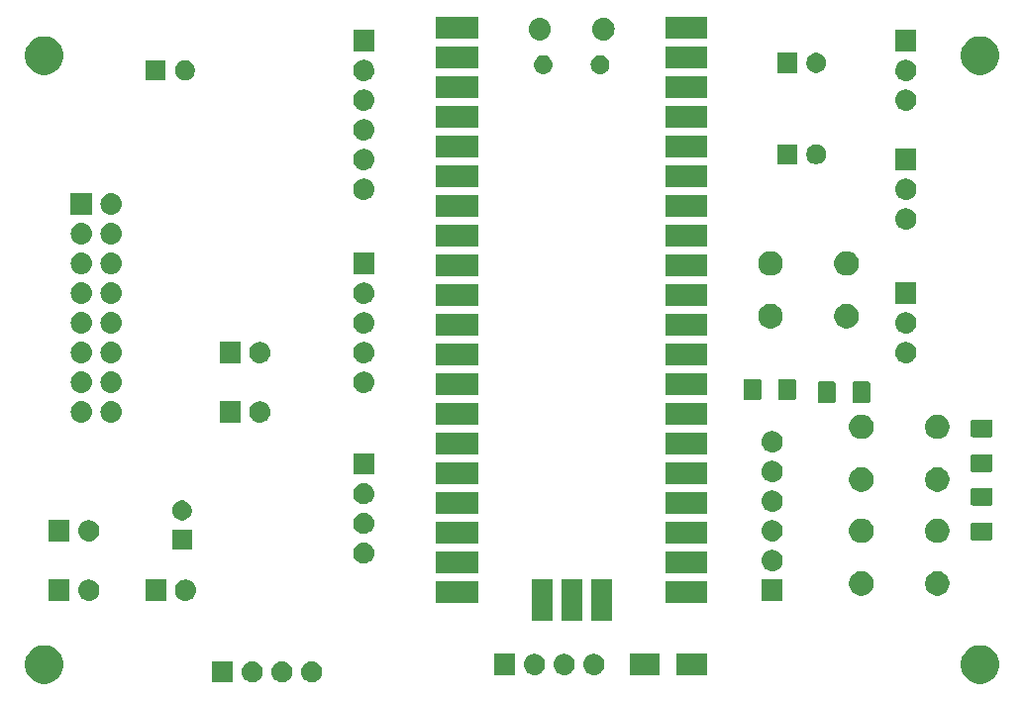
<source format=gbr>
G04 #@! TF.GenerationSoftware,KiCad,Pcbnew,5.0.2+dfsg1-1*
G04 #@! TF.CreationDate,2021-06-26T13:14:36+02:00*
G04 #@! TF.ProjectId,pico-hub75,7069636f-2d68-4756-9237-352e6b696361,rev?*
G04 #@! TF.SameCoordinates,Original*
G04 #@! TF.FileFunction,Soldermask,Top*
G04 #@! TF.FilePolarity,Negative*
%FSLAX46Y46*%
G04 Gerber Fmt 4.6, Leading zero omitted, Abs format (unit mm)*
G04 Created by KiCad (PCBNEW 5.0.2+dfsg1-1) date sam. 26 juin 2021 13:14:36 CEST*
%MOMM*%
%LPD*%
G01*
G04 APERTURE LIST*
%ADD10C,0.100000*%
G04 APERTURE END LIST*
D10*
G36*
X236595256Y-107611298D02*
X236701579Y-107632447D01*
X237002042Y-107756903D01*
X237268852Y-107935180D01*
X237272454Y-107937587D01*
X237502413Y-108167546D01*
X237502415Y-108167549D01*
X237683097Y-108437958D01*
X237798685Y-108717011D01*
X237807553Y-108738422D01*
X237863276Y-109018557D01*
X237871000Y-109057391D01*
X237871000Y-109382609D01*
X237807553Y-109701579D01*
X237683097Y-110002042D01*
X237549846Y-110201466D01*
X237502413Y-110272454D01*
X237272454Y-110502413D01*
X237272451Y-110502415D01*
X237002042Y-110683097D01*
X236701579Y-110807553D01*
X236595256Y-110828702D01*
X236382611Y-110871000D01*
X236057389Y-110871000D01*
X235844744Y-110828702D01*
X235738421Y-110807553D01*
X235437958Y-110683097D01*
X235167549Y-110502415D01*
X235167546Y-110502413D01*
X234937587Y-110272454D01*
X234890154Y-110201466D01*
X234756903Y-110002042D01*
X234632447Y-109701579D01*
X234569000Y-109382609D01*
X234569000Y-109057391D01*
X234576725Y-109018557D01*
X234632447Y-108738422D01*
X234641316Y-108717011D01*
X234756903Y-108437958D01*
X234937585Y-108167549D01*
X234937587Y-108167546D01*
X235167546Y-107937587D01*
X235171148Y-107935180D01*
X235437958Y-107756903D01*
X235738421Y-107632447D01*
X235844744Y-107611298D01*
X236057389Y-107569000D01*
X236382611Y-107569000D01*
X236595256Y-107611298D01*
X236595256Y-107611298D01*
G37*
G36*
X156585256Y-107611298D02*
X156691579Y-107632447D01*
X156992042Y-107756903D01*
X157258852Y-107935180D01*
X157262454Y-107937587D01*
X157492413Y-108167546D01*
X157492415Y-108167549D01*
X157673097Y-108437958D01*
X157788685Y-108717011D01*
X157797553Y-108738422D01*
X157853276Y-109018557D01*
X157861000Y-109057391D01*
X157861000Y-109382609D01*
X157797553Y-109701579D01*
X157673097Y-110002042D01*
X157539846Y-110201466D01*
X157492413Y-110272454D01*
X157262454Y-110502413D01*
X157262451Y-110502415D01*
X156992042Y-110683097D01*
X156691579Y-110807553D01*
X156585256Y-110828702D01*
X156372611Y-110871000D01*
X156047389Y-110871000D01*
X155834744Y-110828702D01*
X155728421Y-110807553D01*
X155427958Y-110683097D01*
X155157549Y-110502415D01*
X155157546Y-110502413D01*
X154927587Y-110272454D01*
X154880154Y-110201466D01*
X154746903Y-110002042D01*
X154622447Y-109701579D01*
X154559000Y-109382609D01*
X154559000Y-109057391D01*
X154566725Y-109018557D01*
X154622447Y-108738422D01*
X154631316Y-108717011D01*
X154746903Y-108437958D01*
X154927585Y-108167549D01*
X154927587Y-108167546D01*
X155157546Y-107937587D01*
X155161148Y-107935180D01*
X155427958Y-107756903D01*
X155728421Y-107632447D01*
X155834744Y-107611298D01*
X156047389Y-107569000D01*
X156372611Y-107569000D01*
X156585256Y-107611298D01*
X156585256Y-107611298D01*
G37*
G36*
X174100443Y-108960519D02*
X174166627Y-108967037D01*
X174279853Y-109001384D01*
X174336467Y-109018557D01*
X174409115Y-109057389D01*
X174492991Y-109102222D01*
X174528729Y-109131552D01*
X174630186Y-109214814D01*
X174713448Y-109316271D01*
X174742778Y-109352009D01*
X174742779Y-109352011D01*
X174826443Y-109508533D01*
X174826443Y-109508534D01*
X174877963Y-109678373D01*
X174895359Y-109855000D01*
X174877963Y-110031627D01*
X174870435Y-110056443D01*
X174826443Y-110201467D01*
X174788499Y-110272454D01*
X174742778Y-110357991D01*
X174713448Y-110393729D01*
X174630186Y-110495186D01*
X174528729Y-110578448D01*
X174492991Y-110607778D01*
X174492989Y-110607779D01*
X174336467Y-110691443D01*
X174279853Y-110708616D01*
X174166627Y-110742963D01*
X174100442Y-110749482D01*
X174034260Y-110756000D01*
X173945740Y-110756000D01*
X173879558Y-110749482D01*
X173813373Y-110742963D01*
X173700147Y-110708616D01*
X173643533Y-110691443D01*
X173487011Y-110607779D01*
X173487009Y-110607778D01*
X173451271Y-110578448D01*
X173349814Y-110495186D01*
X173266552Y-110393729D01*
X173237222Y-110357991D01*
X173191501Y-110272454D01*
X173153557Y-110201467D01*
X173109565Y-110056443D01*
X173102037Y-110031627D01*
X173084641Y-109855000D01*
X173102037Y-109678373D01*
X173153557Y-109508534D01*
X173153557Y-109508533D01*
X173237221Y-109352011D01*
X173237222Y-109352009D01*
X173266552Y-109316271D01*
X173349814Y-109214814D01*
X173451271Y-109131552D01*
X173487009Y-109102222D01*
X173570885Y-109057389D01*
X173643533Y-109018557D01*
X173700147Y-109001384D01*
X173813373Y-108967037D01*
X173879557Y-108960519D01*
X173945740Y-108954000D01*
X174034260Y-108954000D01*
X174100443Y-108960519D01*
X174100443Y-108960519D01*
G37*
G36*
X172351000Y-110756000D02*
X170549000Y-110756000D01*
X170549000Y-108954000D01*
X172351000Y-108954000D01*
X172351000Y-110756000D01*
X172351000Y-110756000D01*
G37*
G36*
X176640443Y-108960519D02*
X176706627Y-108967037D01*
X176819853Y-109001384D01*
X176876467Y-109018557D01*
X176949115Y-109057389D01*
X177032991Y-109102222D01*
X177068729Y-109131552D01*
X177170186Y-109214814D01*
X177253448Y-109316271D01*
X177282778Y-109352009D01*
X177282779Y-109352011D01*
X177366443Y-109508533D01*
X177366443Y-109508534D01*
X177417963Y-109678373D01*
X177435359Y-109855000D01*
X177417963Y-110031627D01*
X177410435Y-110056443D01*
X177366443Y-110201467D01*
X177328499Y-110272454D01*
X177282778Y-110357991D01*
X177253448Y-110393729D01*
X177170186Y-110495186D01*
X177068729Y-110578448D01*
X177032991Y-110607778D01*
X177032989Y-110607779D01*
X176876467Y-110691443D01*
X176819853Y-110708616D01*
X176706627Y-110742963D01*
X176640442Y-110749482D01*
X176574260Y-110756000D01*
X176485740Y-110756000D01*
X176419558Y-110749482D01*
X176353373Y-110742963D01*
X176240147Y-110708616D01*
X176183533Y-110691443D01*
X176027011Y-110607779D01*
X176027009Y-110607778D01*
X175991271Y-110578448D01*
X175889814Y-110495186D01*
X175806552Y-110393729D01*
X175777222Y-110357991D01*
X175731501Y-110272454D01*
X175693557Y-110201467D01*
X175649565Y-110056443D01*
X175642037Y-110031627D01*
X175624641Y-109855000D01*
X175642037Y-109678373D01*
X175693557Y-109508534D01*
X175693557Y-109508533D01*
X175777221Y-109352011D01*
X175777222Y-109352009D01*
X175806552Y-109316271D01*
X175889814Y-109214814D01*
X175991271Y-109131552D01*
X176027009Y-109102222D01*
X176110885Y-109057389D01*
X176183533Y-109018557D01*
X176240147Y-109001384D01*
X176353373Y-108967037D01*
X176419557Y-108960519D01*
X176485740Y-108954000D01*
X176574260Y-108954000D01*
X176640443Y-108960519D01*
X176640443Y-108960519D01*
G37*
G36*
X179180443Y-108960519D02*
X179246627Y-108967037D01*
X179359853Y-109001384D01*
X179416467Y-109018557D01*
X179489115Y-109057389D01*
X179572991Y-109102222D01*
X179608729Y-109131552D01*
X179710186Y-109214814D01*
X179793448Y-109316271D01*
X179822778Y-109352009D01*
X179822779Y-109352011D01*
X179906443Y-109508533D01*
X179906443Y-109508534D01*
X179957963Y-109678373D01*
X179975359Y-109855000D01*
X179957963Y-110031627D01*
X179950435Y-110056443D01*
X179906443Y-110201467D01*
X179868499Y-110272454D01*
X179822778Y-110357991D01*
X179793448Y-110393729D01*
X179710186Y-110495186D01*
X179608729Y-110578448D01*
X179572991Y-110607778D01*
X179572989Y-110607779D01*
X179416467Y-110691443D01*
X179359853Y-110708616D01*
X179246627Y-110742963D01*
X179180442Y-110749482D01*
X179114260Y-110756000D01*
X179025740Y-110756000D01*
X178959558Y-110749482D01*
X178893373Y-110742963D01*
X178780147Y-110708616D01*
X178723533Y-110691443D01*
X178567011Y-110607779D01*
X178567009Y-110607778D01*
X178531271Y-110578448D01*
X178429814Y-110495186D01*
X178346552Y-110393729D01*
X178317222Y-110357991D01*
X178271501Y-110272454D01*
X178233557Y-110201467D01*
X178189565Y-110056443D01*
X178182037Y-110031627D01*
X178164641Y-109855000D01*
X178182037Y-109678373D01*
X178233557Y-109508534D01*
X178233557Y-109508533D01*
X178317221Y-109352011D01*
X178317222Y-109352009D01*
X178346552Y-109316271D01*
X178429814Y-109214814D01*
X178531271Y-109131552D01*
X178567009Y-109102222D01*
X178650885Y-109057389D01*
X178723533Y-109018557D01*
X178780147Y-109001384D01*
X178893373Y-108967037D01*
X178959557Y-108960519D01*
X179025740Y-108954000D01*
X179114260Y-108954000D01*
X179180443Y-108960519D01*
X179180443Y-108960519D01*
G37*
G36*
X212851000Y-110171000D02*
X210249000Y-110171000D01*
X210249000Y-108269000D01*
X212851000Y-108269000D01*
X212851000Y-110171000D01*
X212851000Y-110171000D01*
G37*
G36*
X208851000Y-110171000D02*
X206249000Y-110171000D01*
X206249000Y-108269000D01*
X208851000Y-108269000D01*
X208851000Y-110171000D01*
X208851000Y-110171000D01*
G37*
G36*
X203310443Y-108325519D02*
X203376627Y-108332037D01*
X203489853Y-108366384D01*
X203546467Y-108383557D01*
X203648246Y-108437960D01*
X203702991Y-108467222D01*
X203738729Y-108496552D01*
X203840186Y-108579814D01*
X203923448Y-108681271D01*
X203952778Y-108717009D01*
X203952779Y-108717011D01*
X204036443Y-108873533D01*
X204036443Y-108873534D01*
X204087963Y-109043373D01*
X204105359Y-109220000D01*
X204087963Y-109396627D01*
X204054017Y-109508533D01*
X204036443Y-109566467D01*
X203976627Y-109678373D01*
X203952778Y-109722991D01*
X203923448Y-109758729D01*
X203840186Y-109860186D01*
X203738729Y-109943448D01*
X203702991Y-109972778D01*
X203702989Y-109972779D01*
X203546467Y-110056443D01*
X203489853Y-110073616D01*
X203376627Y-110107963D01*
X203310443Y-110114481D01*
X203244260Y-110121000D01*
X203155740Y-110121000D01*
X203089557Y-110114481D01*
X203023373Y-110107963D01*
X202910147Y-110073616D01*
X202853533Y-110056443D01*
X202697011Y-109972779D01*
X202697009Y-109972778D01*
X202661271Y-109943448D01*
X202559814Y-109860186D01*
X202476552Y-109758729D01*
X202447222Y-109722991D01*
X202423373Y-109678373D01*
X202363557Y-109566467D01*
X202345983Y-109508533D01*
X202312037Y-109396627D01*
X202294641Y-109220000D01*
X202312037Y-109043373D01*
X202363557Y-108873534D01*
X202363557Y-108873533D01*
X202447221Y-108717011D01*
X202447222Y-108717009D01*
X202476552Y-108681271D01*
X202559814Y-108579814D01*
X202661271Y-108496552D01*
X202697009Y-108467222D01*
X202751754Y-108437960D01*
X202853533Y-108383557D01*
X202910147Y-108366384D01*
X203023373Y-108332037D01*
X203089557Y-108325519D01*
X203155740Y-108319000D01*
X203244260Y-108319000D01*
X203310443Y-108325519D01*
X203310443Y-108325519D01*
G37*
G36*
X200770443Y-108325519D02*
X200836627Y-108332037D01*
X200949853Y-108366384D01*
X201006467Y-108383557D01*
X201108246Y-108437960D01*
X201162991Y-108467222D01*
X201198729Y-108496552D01*
X201300186Y-108579814D01*
X201383448Y-108681271D01*
X201412778Y-108717009D01*
X201412779Y-108717011D01*
X201496443Y-108873533D01*
X201496443Y-108873534D01*
X201547963Y-109043373D01*
X201565359Y-109220000D01*
X201547963Y-109396627D01*
X201514017Y-109508533D01*
X201496443Y-109566467D01*
X201436627Y-109678373D01*
X201412778Y-109722991D01*
X201383448Y-109758729D01*
X201300186Y-109860186D01*
X201198729Y-109943448D01*
X201162991Y-109972778D01*
X201162989Y-109972779D01*
X201006467Y-110056443D01*
X200949853Y-110073616D01*
X200836627Y-110107963D01*
X200770443Y-110114481D01*
X200704260Y-110121000D01*
X200615740Y-110121000D01*
X200549557Y-110114481D01*
X200483373Y-110107963D01*
X200370147Y-110073616D01*
X200313533Y-110056443D01*
X200157011Y-109972779D01*
X200157009Y-109972778D01*
X200121271Y-109943448D01*
X200019814Y-109860186D01*
X199936552Y-109758729D01*
X199907222Y-109722991D01*
X199883373Y-109678373D01*
X199823557Y-109566467D01*
X199805983Y-109508533D01*
X199772037Y-109396627D01*
X199754641Y-109220000D01*
X199772037Y-109043373D01*
X199823557Y-108873534D01*
X199823557Y-108873533D01*
X199907221Y-108717011D01*
X199907222Y-108717009D01*
X199936552Y-108681271D01*
X200019814Y-108579814D01*
X200121271Y-108496552D01*
X200157009Y-108467222D01*
X200211754Y-108437960D01*
X200313533Y-108383557D01*
X200370147Y-108366384D01*
X200483373Y-108332037D01*
X200549557Y-108325519D01*
X200615740Y-108319000D01*
X200704260Y-108319000D01*
X200770443Y-108325519D01*
X200770443Y-108325519D01*
G37*
G36*
X198230443Y-108325519D02*
X198296627Y-108332037D01*
X198409853Y-108366384D01*
X198466467Y-108383557D01*
X198568246Y-108437960D01*
X198622991Y-108467222D01*
X198658729Y-108496552D01*
X198760186Y-108579814D01*
X198843448Y-108681271D01*
X198872778Y-108717009D01*
X198872779Y-108717011D01*
X198956443Y-108873533D01*
X198956443Y-108873534D01*
X199007963Y-109043373D01*
X199025359Y-109220000D01*
X199007963Y-109396627D01*
X198974017Y-109508533D01*
X198956443Y-109566467D01*
X198896627Y-109678373D01*
X198872778Y-109722991D01*
X198843448Y-109758729D01*
X198760186Y-109860186D01*
X198658729Y-109943448D01*
X198622991Y-109972778D01*
X198622989Y-109972779D01*
X198466467Y-110056443D01*
X198409853Y-110073616D01*
X198296627Y-110107963D01*
X198230443Y-110114481D01*
X198164260Y-110121000D01*
X198075740Y-110121000D01*
X198009557Y-110114481D01*
X197943373Y-110107963D01*
X197830147Y-110073616D01*
X197773533Y-110056443D01*
X197617011Y-109972779D01*
X197617009Y-109972778D01*
X197581271Y-109943448D01*
X197479814Y-109860186D01*
X197396552Y-109758729D01*
X197367222Y-109722991D01*
X197343373Y-109678373D01*
X197283557Y-109566467D01*
X197265983Y-109508533D01*
X197232037Y-109396627D01*
X197214641Y-109220000D01*
X197232037Y-109043373D01*
X197283557Y-108873534D01*
X197283557Y-108873533D01*
X197367221Y-108717011D01*
X197367222Y-108717009D01*
X197396552Y-108681271D01*
X197479814Y-108579814D01*
X197581271Y-108496552D01*
X197617009Y-108467222D01*
X197671754Y-108437960D01*
X197773533Y-108383557D01*
X197830147Y-108366384D01*
X197943373Y-108332037D01*
X198009557Y-108325519D01*
X198075740Y-108319000D01*
X198164260Y-108319000D01*
X198230443Y-108325519D01*
X198230443Y-108325519D01*
G37*
G36*
X196481000Y-110121000D02*
X194679000Y-110121000D01*
X194679000Y-108319000D01*
X196481000Y-108319000D01*
X196481000Y-110121000D01*
X196481000Y-110121000D01*
G37*
G36*
X199656000Y-102749600D02*
X199656602Y-102761852D01*
X199660359Y-102800000D01*
X199656602Y-102838148D01*
X199656000Y-102850400D01*
X199656000Y-105501000D01*
X197854000Y-105501000D01*
X197854000Y-102850400D01*
X197853398Y-102838148D01*
X197849641Y-102800000D01*
X197853398Y-102761852D01*
X197854000Y-102749600D01*
X197854000Y-101899000D01*
X199656000Y-101899000D01*
X199656000Y-102749600D01*
X199656000Y-102749600D01*
G37*
G36*
X204736000Y-102749600D02*
X204736602Y-102761852D01*
X204740359Y-102800000D01*
X204736602Y-102838148D01*
X204736000Y-102850400D01*
X204736000Y-105501000D01*
X202934000Y-105501000D01*
X202934000Y-102850400D01*
X202933398Y-102838148D01*
X202929641Y-102800000D01*
X202933398Y-102761852D01*
X202934000Y-102749600D01*
X202934000Y-101899000D01*
X204736000Y-101899000D01*
X204736000Y-102749600D01*
X204736000Y-102749600D01*
G37*
G36*
X202196000Y-105501000D02*
X200394000Y-105501000D01*
X200394000Y-101899000D01*
X202196000Y-101899000D01*
X202196000Y-105501000D01*
X202196000Y-105501000D01*
G37*
G36*
X212886000Y-103931000D02*
X209284000Y-103931000D01*
X209284000Y-103080400D01*
X209283398Y-103068148D01*
X209279641Y-103030000D01*
X209283398Y-102991852D01*
X209284000Y-102979600D01*
X209284000Y-102129000D01*
X212886000Y-102129000D01*
X212886000Y-103931000D01*
X212886000Y-103931000D01*
G37*
G36*
X193306000Y-102979600D02*
X193306602Y-102991852D01*
X193310359Y-103030000D01*
X193306602Y-103068148D01*
X193306000Y-103080400D01*
X193306000Y-103931000D01*
X189704000Y-103931000D01*
X189704000Y-102129000D01*
X193306000Y-102129000D01*
X193306000Y-102979600D01*
X193306000Y-102979600D01*
G37*
G36*
X160130442Y-101975518D02*
X160196627Y-101982037D01*
X160309853Y-102016384D01*
X160366467Y-102033557D01*
X160505087Y-102107652D01*
X160522991Y-102117222D01*
X160537342Y-102129000D01*
X160660186Y-102229814D01*
X160743448Y-102331271D01*
X160772778Y-102367009D01*
X160772779Y-102367011D01*
X160856443Y-102523533D01*
X160856443Y-102523534D01*
X160907963Y-102693373D01*
X160925359Y-102870000D01*
X160907963Y-103046627D01*
X160877677Y-103146466D01*
X160856443Y-103216467D01*
X160853814Y-103221385D01*
X160772778Y-103372991D01*
X160769926Y-103376466D01*
X160660186Y-103510186D01*
X160558729Y-103593448D01*
X160522991Y-103622778D01*
X160522989Y-103622779D01*
X160366467Y-103706443D01*
X160309853Y-103723616D01*
X160196627Y-103757963D01*
X160130443Y-103764481D01*
X160064260Y-103771000D01*
X159975740Y-103771000D01*
X159909557Y-103764481D01*
X159843373Y-103757963D01*
X159730147Y-103723616D01*
X159673533Y-103706443D01*
X159517011Y-103622779D01*
X159517009Y-103622778D01*
X159481271Y-103593448D01*
X159379814Y-103510186D01*
X159270074Y-103376466D01*
X159267222Y-103372991D01*
X159186186Y-103221385D01*
X159183557Y-103216467D01*
X159162323Y-103146466D01*
X159132037Y-103046627D01*
X159114641Y-102870000D01*
X159132037Y-102693373D01*
X159183557Y-102523534D01*
X159183557Y-102523533D01*
X159267221Y-102367011D01*
X159267222Y-102367009D01*
X159296552Y-102331271D01*
X159379814Y-102229814D01*
X159502658Y-102129000D01*
X159517009Y-102117222D01*
X159534913Y-102107652D01*
X159673533Y-102033557D01*
X159730147Y-102016384D01*
X159843373Y-101982037D01*
X159909558Y-101975518D01*
X159975740Y-101969000D01*
X160064260Y-101969000D01*
X160130442Y-101975518D01*
X160130442Y-101975518D01*
G37*
G36*
X158381000Y-103771000D02*
X156579000Y-103771000D01*
X156579000Y-101969000D01*
X158381000Y-101969000D01*
X158381000Y-103771000D01*
X158381000Y-103771000D01*
G37*
G36*
X166636000Y-103771000D02*
X164834000Y-103771000D01*
X164834000Y-101969000D01*
X166636000Y-101969000D01*
X166636000Y-103771000D01*
X166636000Y-103771000D01*
G37*
G36*
X219341000Y-103771000D02*
X217539000Y-103771000D01*
X217539000Y-101969000D01*
X219341000Y-101969000D01*
X219341000Y-103771000D01*
X219341000Y-103771000D01*
G37*
G36*
X168385442Y-101975518D02*
X168451627Y-101982037D01*
X168564853Y-102016384D01*
X168621467Y-102033557D01*
X168760087Y-102107652D01*
X168777991Y-102117222D01*
X168792342Y-102129000D01*
X168915186Y-102229814D01*
X168998448Y-102331271D01*
X169027778Y-102367009D01*
X169027779Y-102367011D01*
X169111443Y-102523533D01*
X169111443Y-102523534D01*
X169162963Y-102693373D01*
X169180359Y-102870000D01*
X169162963Y-103046627D01*
X169132677Y-103146466D01*
X169111443Y-103216467D01*
X169108814Y-103221385D01*
X169027778Y-103372991D01*
X169024926Y-103376466D01*
X168915186Y-103510186D01*
X168813729Y-103593448D01*
X168777991Y-103622778D01*
X168777989Y-103622779D01*
X168621467Y-103706443D01*
X168564853Y-103723616D01*
X168451627Y-103757963D01*
X168385443Y-103764481D01*
X168319260Y-103771000D01*
X168230740Y-103771000D01*
X168164557Y-103764481D01*
X168098373Y-103757963D01*
X167985147Y-103723616D01*
X167928533Y-103706443D01*
X167772011Y-103622779D01*
X167772009Y-103622778D01*
X167736271Y-103593448D01*
X167634814Y-103510186D01*
X167525074Y-103376466D01*
X167522222Y-103372991D01*
X167441186Y-103221385D01*
X167438557Y-103216467D01*
X167417323Y-103146466D01*
X167387037Y-103046627D01*
X167369641Y-102870000D01*
X167387037Y-102693373D01*
X167438557Y-102523534D01*
X167438557Y-102523533D01*
X167522221Y-102367011D01*
X167522222Y-102367009D01*
X167551552Y-102331271D01*
X167634814Y-102229814D01*
X167757658Y-102129000D01*
X167772009Y-102117222D01*
X167789913Y-102107652D01*
X167928533Y-102033557D01*
X167985147Y-102016384D01*
X168098373Y-101982037D01*
X168164558Y-101975518D01*
X168230740Y-101969000D01*
X168319260Y-101969000D01*
X168385442Y-101975518D01*
X168385442Y-101975518D01*
G37*
G36*
X226366565Y-101279389D02*
X226557834Y-101358615D01*
X226729976Y-101473637D01*
X226876363Y-101620024D01*
X226991385Y-101792166D01*
X227070611Y-101983435D01*
X227111000Y-102186484D01*
X227111000Y-102393516D01*
X227070611Y-102596565D01*
X226991385Y-102787834D01*
X226876363Y-102959976D01*
X226729976Y-103106363D01*
X226557834Y-103221385D01*
X226366565Y-103300611D01*
X226163516Y-103341000D01*
X225956484Y-103341000D01*
X225753435Y-103300611D01*
X225562166Y-103221385D01*
X225390024Y-103106363D01*
X225243637Y-102959976D01*
X225128615Y-102787834D01*
X225049389Y-102596565D01*
X225009000Y-102393516D01*
X225009000Y-102186484D01*
X225049389Y-101983435D01*
X225128615Y-101792166D01*
X225243637Y-101620024D01*
X225390024Y-101473637D01*
X225562166Y-101358615D01*
X225753435Y-101279389D01*
X225956484Y-101239000D01*
X226163516Y-101239000D01*
X226366565Y-101279389D01*
X226366565Y-101279389D01*
G37*
G36*
X232866565Y-101279389D02*
X233057834Y-101358615D01*
X233229976Y-101473637D01*
X233376363Y-101620024D01*
X233491385Y-101792166D01*
X233570611Y-101983435D01*
X233611000Y-102186484D01*
X233611000Y-102393516D01*
X233570611Y-102596565D01*
X233491385Y-102787834D01*
X233376363Y-102959976D01*
X233229976Y-103106363D01*
X233057834Y-103221385D01*
X232866565Y-103300611D01*
X232663516Y-103341000D01*
X232456484Y-103341000D01*
X232253435Y-103300611D01*
X232062166Y-103221385D01*
X231890024Y-103106363D01*
X231743637Y-102959976D01*
X231628615Y-102787834D01*
X231549389Y-102596565D01*
X231509000Y-102393516D01*
X231509000Y-102186484D01*
X231549389Y-101983435D01*
X231628615Y-101792166D01*
X231743637Y-101620024D01*
X231890024Y-101473637D01*
X232062166Y-101358615D01*
X232253435Y-101279389D01*
X232456484Y-101239000D01*
X232663516Y-101239000D01*
X232866565Y-101279389D01*
X232866565Y-101279389D01*
G37*
G36*
X212886000Y-101391000D02*
X209284000Y-101391000D01*
X209284000Y-100540400D01*
X209283398Y-100528148D01*
X209279641Y-100490000D01*
X209283398Y-100451852D01*
X209284000Y-100439600D01*
X209284000Y-99589000D01*
X212886000Y-99589000D01*
X212886000Y-101391000D01*
X212886000Y-101391000D01*
G37*
G36*
X193306000Y-100439600D02*
X193306602Y-100451852D01*
X193310359Y-100490000D01*
X193306602Y-100528148D01*
X193306000Y-100540400D01*
X193306000Y-101391000D01*
X189704000Y-101391000D01*
X189704000Y-99589000D01*
X193306000Y-99589000D01*
X193306000Y-100439600D01*
X193306000Y-100439600D01*
G37*
G36*
X218550443Y-99435519D02*
X218616627Y-99442037D01*
X218729853Y-99476384D01*
X218786467Y-99493557D01*
X218925087Y-99567652D01*
X218942991Y-99577222D01*
X218957342Y-99589000D01*
X219080186Y-99689814D01*
X219163448Y-99791271D01*
X219192778Y-99827009D01*
X219192779Y-99827011D01*
X219276443Y-99983533D01*
X219276443Y-99983534D01*
X219327963Y-100153373D01*
X219345359Y-100330000D01*
X219327963Y-100506627D01*
X219320435Y-100531443D01*
X219276443Y-100676467D01*
X219202348Y-100815087D01*
X219192778Y-100832991D01*
X219189926Y-100836466D01*
X219080186Y-100970186D01*
X218978729Y-101053448D01*
X218942991Y-101082778D01*
X218942989Y-101082779D01*
X218786467Y-101166443D01*
X218729853Y-101183616D01*
X218616627Y-101217963D01*
X218550443Y-101224481D01*
X218484260Y-101231000D01*
X218395740Y-101231000D01*
X218329558Y-101224482D01*
X218263373Y-101217963D01*
X218150147Y-101183616D01*
X218093533Y-101166443D01*
X217937011Y-101082779D01*
X217937009Y-101082778D01*
X217901271Y-101053448D01*
X217799814Y-100970186D01*
X217690074Y-100836466D01*
X217687222Y-100832991D01*
X217677652Y-100815087D01*
X217603557Y-100676467D01*
X217559565Y-100531443D01*
X217552037Y-100506627D01*
X217534641Y-100330000D01*
X217552037Y-100153373D01*
X217603557Y-99983534D01*
X217603557Y-99983533D01*
X217687221Y-99827011D01*
X217687222Y-99827009D01*
X217716552Y-99791271D01*
X217799814Y-99689814D01*
X217922658Y-99589000D01*
X217937009Y-99577222D01*
X217954913Y-99567652D01*
X218093533Y-99493557D01*
X218150147Y-99476384D01*
X218263373Y-99442037D01*
X218329558Y-99435518D01*
X218395740Y-99429000D01*
X218484260Y-99429000D01*
X218550443Y-99435519D01*
X218550443Y-99435519D01*
G37*
G36*
X183625443Y-98800519D02*
X183691627Y-98807037D01*
X183803588Y-98841000D01*
X183861467Y-98858557D01*
X184000087Y-98932652D01*
X184017991Y-98942222D01*
X184053729Y-98971552D01*
X184155186Y-99054814D01*
X184238448Y-99156271D01*
X184267778Y-99192009D01*
X184267779Y-99192011D01*
X184351443Y-99348533D01*
X184351443Y-99348534D01*
X184402963Y-99518373D01*
X184420359Y-99695000D01*
X184402963Y-99871627D01*
X184369017Y-99983533D01*
X184351443Y-100041467D01*
X184296886Y-100143534D01*
X184267778Y-100197991D01*
X184238448Y-100233729D01*
X184155186Y-100335186D01*
X184053729Y-100418448D01*
X184017991Y-100447778D01*
X184017989Y-100447779D01*
X183861467Y-100531443D01*
X183831939Y-100540400D01*
X183691627Y-100582963D01*
X183625443Y-100589481D01*
X183559260Y-100596000D01*
X183470740Y-100596000D01*
X183404557Y-100589481D01*
X183338373Y-100582963D01*
X183198061Y-100540400D01*
X183168533Y-100531443D01*
X183012011Y-100447779D01*
X183012009Y-100447778D01*
X182976271Y-100418448D01*
X182874814Y-100335186D01*
X182791552Y-100233729D01*
X182762222Y-100197991D01*
X182733114Y-100143534D01*
X182678557Y-100041467D01*
X182660983Y-99983533D01*
X182627037Y-99871627D01*
X182609641Y-99695000D01*
X182627037Y-99518373D01*
X182678557Y-99348534D01*
X182678557Y-99348533D01*
X182762221Y-99192011D01*
X182762222Y-99192009D01*
X182791552Y-99156271D01*
X182874814Y-99054814D01*
X182976271Y-98971552D01*
X183012009Y-98942222D01*
X183029913Y-98932652D01*
X183168533Y-98858557D01*
X183226412Y-98841000D01*
X183338373Y-98807037D01*
X183404557Y-98800519D01*
X183470740Y-98794000D01*
X183559260Y-98794000D01*
X183625443Y-98800519D01*
X183625443Y-98800519D01*
G37*
G36*
X168821200Y-99403000D02*
X167119200Y-99403000D01*
X167119200Y-97701000D01*
X168821200Y-97701000D01*
X168821200Y-99403000D01*
X168821200Y-99403000D01*
G37*
G36*
X212886000Y-98851000D02*
X209284000Y-98851000D01*
X209284000Y-97049000D01*
X212886000Y-97049000D01*
X212886000Y-98851000D01*
X212886000Y-98851000D01*
G37*
G36*
X193306000Y-98851000D02*
X189704000Y-98851000D01*
X189704000Y-97049000D01*
X193306000Y-97049000D01*
X193306000Y-98851000D01*
X193306000Y-98851000D01*
G37*
G36*
X232866565Y-96779389D02*
X233057834Y-96858615D01*
X233229976Y-96973637D01*
X233376363Y-97120024D01*
X233491385Y-97292166D01*
X233570611Y-97483435D01*
X233611000Y-97686484D01*
X233611000Y-97893516D01*
X233570611Y-98096565D01*
X233491385Y-98287834D01*
X233376363Y-98459976D01*
X233229976Y-98606363D01*
X233057834Y-98721385D01*
X232866565Y-98800611D01*
X232663516Y-98841000D01*
X232456484Y-98841000D01*
X232253435Y-98800611D01*
X232062166Y-98721385D01*
X231890024Y-98606363D01*
X231743637Y-98459976D01*
X231628615Y-98287834D01*
X231549389Y-98096565D01*
X231509000Y-97893516D01*
X231509000Y-97686484D01*
X231549389Y-97483435D01*
X231628615Y-97292166D01*
X231743637Y-97120024D01*
X231890024Y-96973637D01*
X232062166Y-96858615D01*
X232253435Y-96779389D01*
X232456484Y-96739000D01*
X232663516Y-96739000D01*
X232866565Y-96779389D01*
X232866565Y-96779389D01*
G37*
G36*
X226366565Y-96779389D02*
X226557834Y-96858615D01*
X226729976Y-96973637D01*
X226876363Y-97120024D01*
X226991385Y-97292166D01*
X227070611Y-97483435D01*
X227111000Y-97686484D01*
X227111000Y-97893516D01*
X227070611Y-98096565D01*
X226991385Y-98287834D01*
X226876363Y-98459976D01*
X226729976Y-98606363D01*
X226557834Y-98721385D01*
X226366565Y-98800611D01*
X226163516Y-98841000D01*
X225956484Y-98841000D01*
X225753435Y-98800611D01*
X225562166Y-98721385D01*
X225390024Y-98606363D01*
X225243637Y-98459976D01*
X225128615Y-98287834D01*
X225049389Y-98096565D01*
X225009000Y-97893516D01*
X225009000Y-97686484D01*
X225049389Y-97483435D01*
X225128615Y-97292166D01*
X225243637Y-97120024D01*
X225390024Y-96973637D01*
X225562166Y-96858615D01*
X225753435Y-96779389D01*
X225956484Y-96739000D01*
X226163516Y-96739000D01*
X226366565Y-96779389D01*
X226366565Y-96779389D01*
G37*
G36*
X218550442Y-96895518D02*
X218616627Y-96902037D01*
X218729853Y-96936384D01*
X218786467Y-96953557D01*
X218925087Y-97027652D01*
X218942991Y-97037222D01*
X218957342Y-97049000D01*
X219080186Y-97149814D01*
X219159021Y-97245876D01*
X219192778Y-97287009D01*
X219192779Y-97287011D01*
X219276443Y-97443533D01*
X219276443Y-97443534D01*
X219327963Y-97613373D01*
X219345359Y-97790000D01*
X219327963Y-97966627D01*
X219320435Y-97991443D01*
X219276443Y-98136467D01*
X219202348Y-98275087D01*
X219192778Y-98292991D01*
X219163448Y-98328729D01*
X219080186Y-98430186D01*
X219009203Y-98488439D01*
X218942991Y-98542778D01*
X218942989Y-98542779D01*
X218786467Y-98626443D01*
X218729853Y-98643616D01*
X218616627Y-98677963D01*
X218550442Y-98684482D01*
X218484260Y-98691000D01*
X218395740Y-98691000D01*
X218329558Y-98684482D01*
X218263373Y-98677963D01*
X218150147Y-98643616D01*
X218093533Y-98626443D01*
X217937011Y-98542779D01*
X217937009Y-98542778D01*
X217870797Y-98488439D01*
X217799814Y-98430186D01*
X217716552Y-98328729D01*
X217687222Y-98292991D01*
X217677652Y-98275087D01*
X217603557Y-98136467D01*
X217559565Y-97991443D01*
X217552037Y-97966627D01*
X217534641Y-97790000D01*
X217552037Y-97613373D01*
X217603557Y-97443534D01*
X217603557Y-97443533D01*
X217687221Y-97287011D01*
X217687222Y-97287009D01*
X217720979Y-97245876D01*
X217799814Y-97149814D01*
X217922658Y-97049000D01*
X217937009Y-97037222D01*
X217954913Y-97027652D01*
X218093533Y-96953557D01*
X218150147Y-96936384D01*
X218263373Y-96902037D01*
X218329558Y-96895518D01*
X218395740Y-96889000D01*
X218484260Y-96889000D01*
X218550442Y-96895518D01*
X218550442Y-96895518D01*
G37*
G36*
X158381000Y-98691000D02*
X156579000Y-98691000D01*
X156579000Y-96889000D01*
X158381000Y-96889000D01*
X158381000Y-98691000D01*
X158381000Y-98691000D01*
G37*
G36*
X160130442Y-96895518D02*
X160196627Y-96902037D01*
X160309853Y-96936384D01*
X160366467Y-96953557D01*
X160505087Y-97027652D01*
X160522991Y-97037222D01*
X160537342Y-97049000D01*
X160660186Y-97149814D01*
X160739021Y-97245876D01*
X160772778Y-97287009D01*
X160772779Y-97287011D01*
X160856443Y-97443533D01*
X160856443Y-97443534D01*
X160907963Y-97613373D01*
X160925359Y-97790000D01*
X160907963Y-97966627D01*
X160900435Y-97991443D01*
X160856443Y-98136467D01*
X160782348Y-98275087D01*
X160772778Y-98292991D01*
X160743448Y-98328729D01*
X160660186Y-98430186D01*
X160589203Y-98488439D01*
X160522991Y-98542778D01*
X160522989Y-98542779D01*
X160366467Y-98626443D01*
X160309853Y-98643616D01*
X160196627Y-98677963D01*
X160130442Y-98684482D01*
X160064260Y-98691000D01*
X159975740Y-98691000D01*
X159909558Y-98684482D01*
X159843373Y-98677963D01*
X159730147Y-98643616D01*
X159673533Y-98626443D01*
X159517011Y-98542779D01*
X159517009Y-98542778D01*
X159450797Y-98488439D01*
X159379814Y-98430186D01*
X159296552Y-98328729D01*
X159267222Y-98292991D01*
X159257652Y-98275087D01*
X159183557Y-98136467D01*
X159139565Y-97991443D01*
X159132037Y-97966627D01*
X159114641Y-97790000D01*
X159132037Y-97613373D01*
X159183557Y-97443534D01*
X159183557Y-97443533D01*
X159267221Y-97287011D01*
X159267222Y-97287009D01*
X159300979Y-97245876D01*
X159379814Y-97149814D01*
X159502658Y-97049000D01*
X159517009Y-97037222D01*
X159534913Y-97027652D01*
X159673533Y-96953557D01*
X159730147Y-96936384D01*
X159843373Y-96902037D01*
X159909558Y-96895518D01*
X159975740Y-96889000D01*
X160064260Y-96889000D01*
X160130442Y-96895518D01*
X160130442Y-96895518D01*
G37*
G36*
X237122562Y-97084681D02*
X237157477Y-97095273D01*
X237189665Y-97112478D01*
X237217873Y-97135627D01*
X237241022Y-97163835D01*
X237258227Y-97196023D01*
X237268819Y-97230938D01*
X237273000Y-97273395D01*
X237273000Y-98414605D01*
X237268819Y-98457062D01*
X237258227Y-98491977D01*
X237241022Y-98524165D01*
X237217873Y-98552373D01*
X237189665Y-98575522D01*
X237157477Y-98592727D01*
X237122562Y-98603319D01*
X237080105Y-98607500D01*
X235613895Y-98607500D01*
X235571438Y-98603319D01*
X235536523Y-98592727D01*
X235504335Y-98575522D01*
X235476127Y-98552373D01*
X235452978Y-98524165D01*
X235435773Y-98491977D01*
X235425181Y-98457062D01*
X235421000Y-98414605D01*
X235421000Y-97273395D01*
X235425181Y-97230938D01*
X235435773Y-97196023D01*
X235452978Y-97163835D01*
X235476127Y-97135627D01*
X235504335Y-97112478D01*
X235536523Y-97095273D01*
X235571438Y-97084681D01*
X235613895Y-97080500D01*
X237080105Y-97080500D01*
X237122562Y-97084681D01*
X237122562Y-97084681D01*
G37*
G36*
X183625442Y-96260518D02*
X183691627Y-96267037D01*
X183801043Y-96300228D01*
X183861467Y-96318557D01*
X184000087Y-96392652D01*
X184017991Y-96402222D01*
X184053729Y-96431552D01*
X184155186Y-96514814D01*
X184220566Y-96594481D01*
X184267778Y-96652009D01*
X184267779Y-96652011D01*
X184351443Y-96808533D01*
X184351443Y-96808534D01*
X184402963Y-96978373D01*
X184420359Y-97155000D01*
X184402963Y-97331627D01*
X184397876Y-97348395D01*
X184351443Y-97501467D01*
X184291627Y-97613373D01*
X184267778Y-97657991D01*
X184238448Y-97693729D01*
X184155186Y-97795186D01*
X184053729Y-97878448D01*
X184017991Y-97907778D01*
X184017989Y-97907779D01*
X183861467Y-97991443D01*
X183804853Y-98008616D01*
X183691627Y-98042963D01*
X183625443Y-98049481D01*
X183559260Y-98056000D01*
X183470740Y-98056000D01*
X183404557Y-98049481D01*
X183338373Y-98042963D01*
X183225147Y-98008616D01*
X183168533Y-97991443D01*
X183012011Y-97907779D01*
X183012009Y-97907778D01*
X182976271Y-97878448D01*
X182874814Y-97795186D01*
X182791552Y-97693729D01*
X182762222Y-97657991D01*
X182738373Y-97613373D01*
X182678557Y-97501467D01*
X182632124Y-97348395D01*
X182627037Y-97331627D01*
X182609641Y-97155000D01*
X182627037Y-96978373D01*
X182678557Y-96808534D01*
X182678557Y-96808533D01*
X182762221Y-96652011D01*
X182762222Y-96652009D01*
X182809434Y-96594481D01*
X182874814Y-96514814D01*
X182976271Y-96431552D01*
X183012009Y-96402222D01*
X183029913Y-96392652D01*
X183168533Y-96318557D01*
X183228957Y-96300228D01*
X183338373Y-96267037D01*
X183404558Y-96260518D01*
X183470740Y-96254000D01*
X183559260Y-96254000D01*
X183625442Y-96260518D01*
X183625442Y-96260518D01*
G37*
G36*
X168218428Y-95233703D02*
X168373300Y-95297853D01*
X168512681Y-95390985D01*
X168631215Y-95509519D01*
X168724347Y-95648900D01*
X168788497Y-95803772D01*
X168821200Y-95968184D01*
X168821200Y-96135816D01*
X168788497Y-96300228D01*
X168724347Y-96455100D01*
X168631215Y-96594481D01*
X168512681Y-96713015D01*
X168373300Y-96806147D01*
X168218428Y-96870297D01*
X168054016Y-96903000D01*
X167886384Y-96903000D01*
X167721972Y-96870297D01*
X167567100Y-96806147D01*
X167427719Y-96713015D01*
X167309185Y-96594481D01*
X167216053Y-96455100D01*
X167151903Y-96300228D01*
X167119200Y-96135816D01*
X167119200Y-95968184D01*
X167151903Y-95803772D01*
X167216053Y-95648900D01*
X167309185Y-95509519D01*
X167427719Y-95390985D01*
X167567100Y-95297853D01*
X167721972Y-95233703D01*
X167886384Y-95201000D01*
X168054016Y-95201000D01*
X168218428Y-95233703D01*
X168218428Y-95233703D01*
G37*
G36*
X193306000Y-95359600D02*
X193306602Y-95371852D01*
X193310359Y-95410000D01*
X193306602Y-95448148D01*
X193306000Y-95460400D01*
X193306000Y-96311000D01*
X189704000Y-96311000D01*
X189704000Y-94509000D01*
X193306000Y-94509000D01*
X193306000Y-95359600D01*
X193306000Y-95359600D01*
G37*
G36*
X212886000Y-96311000D02*
X209284000Y-96311000D01*
X209284000Y-95460400D01*
X209283398Y-95448148D01*
X209279641Y-95410000D01*
X209283398Y-95371852D01*
X209284000Y-95359600D01*
X209284000Y-94509000D01*
X212886000Y-94509000D01*
X212886000Y-96311000D01*
X212886000Y-96311000D01*
G37*
G36*
X218550442Y-94355518D02*
X218616627Y-94362037D01*
X218729853Y-94396384D01*
X218786467Y-94413557D01*
X218925087Y-94487652D01*
X218942991Y-94497222D01*
X218957342Y-94509000D01*
X219080186Y-94609814D01*
X219163448Y-94711271D01*
X219192778Y-94747009D01*
X219192779Y-94747011D01*
X219276443Y-94903533D01*
X219276443Y-94903534D01*
X219327963Y-95073373D01*
X219345359Y-95250000D01*
X219327963Y-95426627D01*
X219320435Y-95451443D01*
X219276443Y-95596467D01*
X219202348Y-95735087D01*
X219192778Y-95752991D01*
X219189926Y-95756466D01*
X219080186Y-95890186D01*
X218985144Y-95968184D01*
X218942991Y-96002778D01*
X218942989Y-96002779D01*
X218786467Y-96086443D01*
X218729853Y-96103616D01*
X218616627Y-96137963D01*
X218550443Y-96144481D01*
X218484260Y-96151000D01*
X218395740Y-96151000D01*
X218329558Y-96144482D01*
X218263373Y-96137963D01*
X218150147Y-96103616D01*
X218093533Y-96086443D01*
X217937011Y-96002779D01*
X217937009Y-96002778D01*
X217894856Y-95968184D01*
X217799814Y-95890186D01*
X217690074Y-95756466D01*
X217687222Y-95752991D01*
X217677652Y-95735087D01*
X217603557Y-95596467D01*
X217559565Y-95451443D01*
X217552037Y-95426627D01*
X217534641Y-95250000D01*
X217552037Y-95073373D01*
X217603557Y-94903534D01*
X217603557Y-94903533D01*
X217687221Y-94747011D01*
X217687222Y-94747009D01*
X217716552Y-94711271D01*
X217799814Y-94609814D01*
X217922658Y-94509000D01*
X217937009Y-94497222D01*
X217954913Y-94487652D01*
X218093533Y-94413557D01*
X218150147Y-94396384D01*
X218263373Y-94362037D01*
X218329557Y-94355519D01*
X218395740Y-94349000D01*
X218484260Y-94349000D01*
X218550442Y-94355518D01*
X218550442Y-94355518D01*
G37*
G36*
X237122562Y-94109681D02*
X237157477Y-94120273D01*
X237189665Y-94137478D01*
X237217873Y-94160627D01*
X237241022Y-94188835D01*
X237258227Y-94221023D01*
X237268819Y-94255938D01*
X237273000Y-94298395D01*
X237273000Y-95439605D01*
X237268819Y-95482062D01*
X237258227Y-95516977D01*
X237241022Y-95549165D01*
X237217873Y-95577373D01*
X237189665Y-95600522D01*
X237157477Y-95617727D01*
X237122562Y-95628319D01*
X237080105Y-95632500D01*
X235613895Y-95632500D01*
X235571438Y-95628319D01*
X235536523Y-95617727D01*
X235504335Y-95600522D01*
X235476127Y-95577373D01*
X235452978Y-95549165D01*
X235435773Y-95516977D01*
X235425181Y-95482062D01*
X235421000Y-95439605D01*
X235421000Y-94298395D01*
X235425181Y-94255938D01*
X235435773Y-94221023D01*
X235452978Y-94188835D01*
X235476127Y-94160627D01*
X235504335Y-94137478D01*
X235536523Y-94120273D01*
X235571438Y-94109681D01*
X235613895Y-94105500D01*
X237080105Y-94105500D01*
X237122562Y-94109681D01*
X237122562Y-94109681D01*
G37*
G36*
X183625443Y-93720519D02*
X183691627Y-93727037D01*
X183804853Y-93761384D01*
X183861467Y-93778557D01*
X184000087Y-93852652D01*
X184017991Y-93862222D01*
X184053729Y-93891552D01*
X184155186Y-93974814D01*
X184233280Y-94069973D01*
X184267778Y-94112009D01*
X184267779Y-94112011D01*
X184351443Y-94268533D01*
X184360501Y-94298395D01*
X184402963Y-94438373D01*
X184420359Y-94615000D01*
X184402963Y-94791627D01*
X184369017Y-94903533D01*
X184351443Y-94961467D01*
X184296886Y-95063534D01*
X184267778Y-95117991D01*
X184238448Y-95153729D01*
X184155186Y-95255186D01*
X184053729Y-95338448D01*
X184017991Y-95367778D01*
X184017989Y-95367779D01*
X183861467Y-95451443D01*
X183831939Y-95460400D01*
X183691627Y-95502963D01*
X183625443Y-95509481D01*
X183559260Y-95516000D01*
X183470740Y-95516000D01*
X183404557Y-95509481D01*
X183338373Y-95502963D01*
X183198061Y-95460400D01*
X183168533Y-95451443D01*
X183012011Y-95367779D01*
X183012009Y-95367778D01*
X182976271Y-95338448D01*
X182874814Y-95255186D01*
X182791552Y-95153729D01*
X182762222Y-95117991D01*
X182733114Y-95063534D01*
X182678557Y-94961467D01*
X182660983Y-94903533D01*
X182627037Y-94791627D01*
X182609641Y-94615000D01*
X182627037Y-94438373D01*
X182669499Y-94298395D01*
X182678557Y-94268533D01*
X182762221Y-94112011D01*
X182762222Y-94112009D01*
X182796720Y-94069973D01*
X182874814Y-93974814D01*
X182976271Y-93891552D01*
X183012009Y-93862222D01*
X183029913Y-93852652D01*
X183168533Y-93778557D01*
X183225147Y-93761384D01*
X183338373Y-93727037D01*
X183404558Y-93720518D01*
X183470740Y-93714000D01*
X183559260Y-93714000D01*
X183625443Y-93720519D01*
X183625443Y-93720519D01*
G37*
G36*
X232866565Y-92389389D02*
X233057834Y-92468615D01*
X233229976Y-92583637D01*
X233376363Y-92730024D01*
X233491385Y-92902166D01*
X233570611Y-93093435D01*
X233611000Y-93296484D01*
X233611000Y-93503516D01*
X233570611Y-93706565D01*
X233491385Y-93897834D01*
X233376363Y-94069976D01*
X233229976Y-94216363D01*
X233057834Y-94331385D01*
X232866565Y-94410611D01*
X232663516Y-94451000D01*
X232456484Y-94451000D01*
X232253435Y-94410611D01*
X232062166Y-94331385D01*
X231890024Y-94216363D01*
X231743637Y-94069976D01*
X231628615Y-93897834D01*
X231549389Y-93706565D01*
X231509000Y-93503516D01*
X231509000Y-93296484D01*
X231549389Y-93093435D01*
X231628615Y-92902166D01*
X231743637Y-92730024D01*
X231890024Y-92583637D01*
X232062166Y-92468615D01*
X232253435Y-92389389D01*
X232456484Y-92349000D01*
X232663516Y-92349000D01*
X232866565Y-92389389D01*
X232866565Y-92389389D01*
G37*
G36*
X226366565Y-92389389D02*
X226557834Y-92468615D01*
X226729976Y-92583637D01*
X226876363Y-92730024D01*
X226991385Y-92902166D01*
X227070611Y-93093435D01*
X227111000Y-93296484D01*
X227111000Y-93503516D01*
X227070611Y-93706565D01*
X226991385Y-93897834D01*
X226876363Y-94069976D01*
X226729976Y-94216363D01*
X226557834Y-94331385D01*
X226366565Y-94410611D01*
X226163516Y-94451000D01*
X225956484Y-94451000D01*
X225753435Y-94410611D01*
X225562166Y-94331385D01*
X225390024Y-94216363D01*
X225243637Y-94069976D01*
X225128615Y-93897834D01*
X225049389Y-93706565D01*
X225009000Y-93503516D01*
X225009000Y-93296484D01*
X225049389Y-93093435D01*
X225128615Y-92902166D01*
X225243637Y-92730024D01*
X225390024Y-92583637D01*
X225562166Y-92468615D01*
X225753435Y-92389389D01*
X225956484Y-92349000D01*
X226163516Y-92349000D01*
X226366565Y-92389389D01*
X226366565Y-92389389D01*
G37*
G36*
X193306000Y-92819600D02*
X193306602Y-92831852D01*
X193310359Y-92870000D01*
X193306602Y-92908148D01*
X193306000Y-92920400D01*
X193306000Y-93771000D01*
X189704000Y-93771000D01*
X189704000Y-91969000D01*
X193306000Y-91969000D01*
X193306000Y-92819600D01*
X193306000Y-92819600D01*
G37*
G36*
X212886000Y-93771000D02*
X209284000Y-93771000D01*
X209284000Y-92920400D01*
X209283398Y-92908148D01*
X209279641Y-92870000D01*
X209283398Y-92831852D01*
X209284000Y-92819600D01*
X209284000Y-91969000D01*
X212886000Y-91969000D01*
X212886000Y-93771000D01*
X212886000Y-93771000D01*
G37*
G36*
X218550442Y-91815518D02*
X218616627Y-91822037D01*
X218729853Y-91856384D01*
X218786467Y-91873557D01*
X218925087Y-91947652D01*
X218942991Y-91957222D01*
X218957342Y-91969000D01*
X219080186Y-92069814D01*
X219163448Y-92171271D01*
X219192778Y-92207009D01*
X219192779Y-92207011D01*
X219276443Y-92363533D01*
X219276443Y-92363534D01*
X219327963Y-92533373D01*
X219345359Y-92710000D01*
X219327963Y-92886627D01*
X219317718Y-92920400D01*
X219276443Y-93056467D01*
X219256683Y-93093435D01*
X219192778Y-93212991D01*
X219189926Y-93216466D01*
X219080186Y-93350186D01*
X218978729Y-93433448D01*
X218942991Y-93462778D01*
X218942989Y-93462779D01*
X218786467Y-93546443D01*
X218729853Y-93563616D01*
X218616627Y-93597963D01*
X218550442Y-93604482D01*
X218484260Y-93611000D01*
X218395740Y-93611000D01*
X218329557Y-93604481D01*
X218263373Y-93597963D01*
X218150147Y-93563616D01*
X218093533Y-93546443D01*
X217937011Y-93462779D01*
X217937009Y-93462778D01*
X217901271Y-93433448D01*
X217799814Y-93350186D01*
X217690074Y-93216466D01*
X217687222Y-93212991D01*
X217623317Y-93093435D01*
X217603557Y-93056467D01*
X217562282Y-92920400D01*
X217552037Y-92886627D01*
X217534641Y-92710000D01*
X217552037Y-92533373D01*
X217603557Y-92363534D01*
X217603557Y-92363533D01*
X217687221Y-92207011D01*
X217687222Y-92207009D01*
X217716552Y-92171271D01*
X217799814Y-92069814D01*
X217922658Y-91969000D01*
X217937009Y-91957222D01*
X217954913Y-91947652D01*
X218093533Y-91873557D01*
X218150147Y-91856384D01*
X218263373Y-91822037D01*
X218329558Y-91815518D01*
X218395740Y-91809000D01*
X218484260Y-91809000D01*
X218550442Y-91815518D01*
X218550442Y-91815518D01*
G37*
G36*
X184416000Y-92976000D02*
X182614000Y-92976000D01*
X182614000Y-91174000D01*
X184416000Y-91174000D01*
X184416000Y-92976000D01*
X184416000Y-92976000D01*
G37*
G36*
X237122562Y-91242681D02*
X237157477Y-91253273D01*
X237189665Y-91270478D01*
X237217873Y-91293627D01*
X237241022Y-91321835D01*
X237258227Y-91354023D01*
X237268819Y-91388938D01*
X237273000Y-91431395D01*
X237273000Y-92572605D01*
X237268819Y-92615062D01*
X237258227Y-92649977D01*
X237241022Y-92682165D01*
X237217873Y-92710373D01*
X237189665Y-92733522D01*
X237157477Y-92750727D01*
X237122562Y-92761319D01*
X237080105Y-92765500D01*
X235613895Y-92765500D01*
X235571438Y-92761319D01*
X235536523Y-92750727D01*
X235504335Y-92733522D01*
X235476127Y-92710373D01*
X235452978Y-92682165D01*
X235435773Y-92649977D01*
X235425181Y-92615062D01*
X235421000Y-92572605D01*
X235421000Y-91431395D01*
X235425181Y-91388938D01*
X235435773Y-91354023D01*
X235452978Y-91321835D01*
X235476127Y-91293627D01*
X235504335Y-91270478D01*
X235536523Y-91253273D01*
X235571438Y-91242681D01*
X235613895Y-91238500D01*
X237080105Y-91238500D01*
X237122562Y-91242681D01*
X237122562Y-91242681D01*
G37*
G36*
X193306000Y-90279600D02*
X193306602Y-90291852D01*
X193310359Y-90330000D01*
X193306602Y-90368148D01*
X193306000Y-90380400D01*
X193306000Y-91231000D01*
X189704000Y-91231000D01*
X189704000Y-89429000D01*
X193306000Y-89429000D01*
X193306000Y-90279600D01*
X193306000Y-90279600D01*
G37*
G36*
X212886000Y-91231000D02*
X209284000Y-91231000D01*
X209284000Y-90380400D01*
X209283398Y-90368148D01*
X209279641Y-90330000D01*
X209283398Y-90291852D01*
X209284000Y-90279600D01*
X209284000Y-89429000D01*
X212886000Y-89429000D01*
X212886000Y-91231000D01*
X212886000Y-91231000D01*
G37*
G36*
X218550443Y-89275519D02*
X218616627Y-89282037D01*
X218729853Y-89316384D01*
X218786467Y-89333557D01*
X218906719Y-89397834D01*
X218942991Y-89417222D01*
X218957342Y-89429000D01*
X219080186Y-89529814D01*
X219158404Y-89625124D01*
X219192778Y-89667009D01*
X219192779Y-89667011D01*
X219276443Y-89823533D01*
X219278825Y-89831385D01*
X219327963Y-89993373D01*
X219345359Y-90170000D01*
X219327963Y-90346627D01*
X219317718Y-90380400D01*
X219276443Y-90516467D01*
X219202348Y-90655087D01*
X219192778Y-90672991D01*
X219189926Y-90676466D01*
X219080186Y-90810186D01*
X218978729Y-90893448D01*
X218942991Y-90922778D01*
X218942989Y-90922779D01*
X218786467Y-91006443D01*
X218729853Y-91023616D01*
X218616627Y-91057963D01*
X218550442Y-91064482D01*
X218484260Y-91071000D01*
X218395740Y-91071000D01*
X218329558Y-91064482D01*
X218263373Y-91057963D01*
X218150147Y-91023616D01*
X218093533Y-91006443D01*
X217937011Y-90922779D01*
X217937009Y-90922778D01*
X217901271Y-90893448D01*
X217799814Y-90810186D01*
X217690074Y-90676466D01*
X217687222Y-90672991D01*
X217677652Y-90655087D01*
X217603557Y-90516467D01*
X217562282Y-90380400D01*
X217552037Y-90346627D01*
X217534641Y-90170000D01*
X217552037Y-89993373D01*
X217601175Y-89831385D01*
X217603557Y-89823533D01*
X217687221Y-89667011D01*
X217687222Y-89667009D01*
X217721596Y-89625124D01*
X217799814Y-89529814D01*
X217922658Y-89429000D01*
X217937009Y-89417222D01*
X217973281Y-89397834D01*
X218093533Y-89333557D01*
X218150147Y-89316384D01*
X218263373Y-89282037D01*
X218329557Y-89275519D01*
X218395740Y-89269000D01*
X218484260Y-89269000D01*
X218550443Y-89275519D01*
X218550443Y-89275519D01*
G37*
G36*
X226366565Y-87889389D02*
X226557834Y-87968615D01*
X226729976Y-88083637D01*
X226876363Y-88230024D01*
X226991385Y-88402166D01*
X227070611Y-88593435D01*
X227111000Y-88796484D01*
X227111000Y-89003516D01*
X227070611Y-89206565D01*
X226991385Y-89397834D01*
X226876363Y-89569976D01*
X226729976Y-89716363D01*
X226557834Y-89831385D01*
X226366565Y-89910611D01*
X226163516Y-89951000D01*
X225956484Y-89951000D01*
X225753435Y-89910611D01*
X225562166Y-89831385D01*
X225390024Y-89716363D01*
X225243637Y-89569976D01*
X225128615Y-89397834D01*
X225049389Y-89206565D01*
X225009000Y-89003516D01*
X225009000Y-88796484D01*
X225049389Y-88593435D01*
X225128615Y-88402166D01*
X225243637Y-88230024D01*
X225390024Y-88083637D01*
X225562166Y-87968615D01*
X225753435Y-87889389D01*
X225956484Y-87849000D01*
X226163516Y-87849000D01*
X226366565Y-87889389D01*
X226366565Y-87889389D01*
G37*
G36*
X232866565Y-87889389D02*
X233057834Y-87968615D01*
X233229976Y-88083637D01*
X233376363Y-88230024D01*
X233491385Y-88402166D01*
X233570611Y-88593435D01*
X233611000Y-88796484D01*
X233611000Y-89003516D01*
X233570611Y-89206565D01*
X233491385Y-89397834D01*
X233376363Y-89569976D01*
X233229976Y-89716363D01*
X233057834Y-89831385D01*
X232866565Y-89910611D01*
X232663516Y-89951000D01*
X232456484Y-89951000D01*
X232253435Y-89910611D01*
X232062166Y-89831385D01*
X231890024Y-89716363D01*
X231743637Y-89569976D01*
X231628615Y-89397834D01*
X231549389Y-89206565D01*
X231509000Y-89003516D01*
X231509000Y-88796484D01*
X231549389Y-88593435D01*
X231628615Y-88402166D01*
X231743637Y-88230024D01*
X231890024Y-88083637D01*
X232062166Y-87968615D01*
X232253435Y-87889389D01*
X232456484Y-87849000D01*
X232663516Y-87849000D01*
X232866565Y-87889389D01*
X232866565Y-87889389D01*
G37*
G36*
X237122562Y-88267681D02*
X237157477Y-88278273D01*
X237189665Y-88295478D01*
X237217873Y-88318627D01*
X237241022Y-88346835D01*
X237258227Y-88379023D01*
X237268819Y-88413938D01*
X237273000Y-88456395D01*
X237273000Y-89597605D01*
X237268819Y-89640062D01*
X237258227Y-89674977D01*
X237241022Y-89707165D01*
X237217873Y-89735373D01*
X237189665Y-89758522D01*
X237157477Y-89775727D01*
X237122562Y-89786319D01*
X237080105Y-89790500D01*
X235613895Y-89790500D01*
X235571438Y-89786319D01*
X235536523Y-89775727D01*
X235504335Y-89758522D01*
X235476127Y-89735373D01*
X235452978Y-89707165D01*
X235435773Y-89674977D01*
X235425181Y-89640062D01*
X235421000Y-89597605D01*
X235421000Y-88456395D01*
X235425181Y-88413938D01*
X235435773Y-88379023D01*
X235452978Y-88346835D01*
X235476127Y-88318627D01*
X235504335Y-88295478D01*
X235536523Y-88278273D01*
X235571438Y-88267681D01*
X235613895Y-88263500D01*
X237080105Y-88263500D01*
X237122562Y-88267681D01*
X237122562Y-88267681D01*
G37*
G36*
X193306000Y-87739600D02*
X193306602Y-87751852D01*
X193310359Y-87790000D01*
X193306602Y-87828148D01*
X193306000Y-87840400D01*
X193306000Y-88691000D01*
X189704000Y-88691000D01*
X189704000Y-86889000D01*
X193306000Y-86889000D01*
X193306000Y-87739600D01*
X193306000Y-87739600D01*
G37*
G36*
X212886000Y-88691000D02*
X209284000Y-88691000D01*
X209284000Y-87840400D01*
X209283398Y-87828148D01*
X209279641Y-87790000D01*
X209283398Y-87751852D01*
X209284000Y-87739600D01*
X209284000Y-86889000D01*
X212886000Y-86889000D01*
X212886000Y-88691000D01*
X212886000Y-88691000D01*
G37*
G36*
X159564294Y-86728633D02*
X159736694Y-86780931D01*
X159736696Y-86780932D01*
X159895583Y-86865859D01*
X159939666Y-86902037D01*
X160034849Y-86980151D01*
X160149140Y-87119416D01*
X160234069Y-87278306D01*
X160286367Y-87450706D01*
X160304025Y-87630000D01*
X160286367Y-87809294D01*
X160234069Y-87981694D01*
X160234068Y-87981696D01*
X160149141Y-88140583D01*
X160034849Y-88279849D01*
X159895583Y-88394141D01*
X159736696Y-88479068D01*
X159736694Y-88479069D01*
X159564294Y-88531367D01*
X159429931Y-88544600D01*
X159340069Y-88544600D01*
X159205706Y-88531367D01*
X159033306Y-88479069D01*
X159033304Y-88479068D01*
X158874417Y-88394141D01*
X158735151Y-88279849D01*
X158620859Y-88140583D01*
X158535932Y-87981696D01*
X158535931Y-87981694D01*
X158483633Y-87809294D01*
X158465975Y-87630000D01*
X158483633Y-87450706D01*
X158535931Y-87278306D01*
X158620860Y-87119416D01*
X158735151Y-86980151D01*
X158830334Y-86902037D01*
X158874417Y-86865859D01*
X159033304Y-86780932D01*
X159033306Y-86780931D01*
X159205706Y-86728633D01*
X159340069Y-86715400D01*
X159429931Y-86715400D01*
X159564294Y-86728633D01*
X159564294Y-86728633D01*
G37*
G36*
X162104294Y-86728633D02*
X162276694Y-86780931D01*
X162276696Y-86780932D01*
X162435583Y-86865859D01*
X162479666Y-86902037D01*
X162574849Y-86980151D01*
X162689140Y-87119416D01*
X162774069Y-87278306D01*
X162826367Y-87450706D01*
X162844025Y-87630000D01*
X162826367Y-87809294D01*
X162774069Y-87981694D01*
X162774068Y-87981696D01*
X162689141Y-88140583D01*
X162574849Y-88279849D01*
X162435583Y-88394141D01*
X162276696Y-88479068D01*
X162276694Y-88479069D01*
X162104294Y-88531367D01*
X161969931Y-88544600D01*
X161880069Y-88544600D01*
X161745706Y-88531367D01*
X161573306Y-88479069D01*
X161573304Y-88479068D01*
X161414417Y-88394141D01*
X161275151Y-88279849D01*
X161160859Y-88140583D01*
X161075932Y-87981696D01*
X161075931Y-87981694D01*
X161023633Y-87809294D01*
X161005975Y-87630000D01*
X161023633Y-87450706D01*
X161075931Y-87278306D01*
X161160860Y-87119416D01*
X161275151Y-86980151D01*
X161370334Y-86902037D01*
X161414417Y-86865859D01*
X161573304Y-86780932D01*
X161573306Y-86780931D01*
X161745706Y-86728633D01*
X161880069Y-86715400D01*
X161969931Y-86715400D01*
X162104294Y-86728633D01*
X162104294Y-86728633D01*
G37*
G36*
X172986000Y-88531000D02*
X171184000Y-88531000D01*
X171184000Y-86729000D01*
X172986000Y-86729000D01*
X172986000Y-88531000D01*
X172986000Y-88531000D01*
G37*
G36*
X174735442Y-86735518D02*
X174801627Y-86742037D01*
X174914853Y-86776384D01*
X174971467Y-86793557D01*
X175106734Y-86865860D01*
X175127991Y-86877222D01*
X175142342Y-86889000D01*
X175265186Y-86989814D01*
X175348448Y-87091271D01*
X175377778Y-87127009D01*
X175377779Y-87127011D01*
X175461443Y-87283533D01*
X175461443Y-87283534D01*
X175512963Y-87453373D01*
X175530359Y-87630000D01*
X175512963Y-87806627D01*
X175502718Y-87840400D01*
X175461443Y-87976467D01*
X175387348Y-88115087D01*
X175377778Y-88132991D01*
X175348448Y-88168729D01*
X175265186Y-88270186D01*
X175163729Y-88353448D01*
X175127991Y-88382778D01*
X175127989Y-88382779D01*
X174971467Y-88466443D01*
X174929847Y-88479068D01*
X174801627Y-88517963D01*
X174735442Y-88524482D01*
X174669260Y-88531000D01*
X174580740Y-88531000D01*
X174514558Y-88524482D01*
X174448373Y-88517963D01*
X174320153Y-88479068D01*
X174278533Y-88466443D01*
X174122011Y-88382779D01*
X174122009Y-88382778D01*
X174086271Y-88353448D01*
X173984814Y-88270186D01*
X173901552Y-88168729D01*
X173872222Y-88132991D01*
X173862652Y-88115087D01*
X173788557Y-87976467D01*
X173747282Y-87840400D01*
X173737037Y-87806627D01*
X173719641Y-87630000D01*
X173737037Y-87453373D01*
X173788557Y-87283534D01*
X173788557Y-87283533D01*
X173872221Y-87127011D01*
X173872222Y-87127009D01*
X173901552Y-87091271D01*
X173984814Y-86989814D01*
X174107658Y-86889000D01*
X174122009Y-86877222D01*
X174143266Y-86865860D01*
X174278533Y-86793557D01*
X174335147Y-86776384D01*
X174448373Y-86742037D01*
X174514558Y-86735518D01*
X174580740Y-86729000D01*
X174669260Y-86729000D01*
X174735442Y-86735518D01*
X174735442Y-86735518D01*
G37*
G36*
X226673062Y-85026701D02*
X226707977Y-85037293D01*
X226740165Y-85054498D01*
X226768373Y-85077647D01*
X226791522Y-85105855D01*
X226808727Y-85138043D01*
X226819319Y-85172958D01*
X226823500Y-85215415D01*
X226823500Y-86681625D01*
X226819319Y-86724082D01*
X226808727Y-86758997D01*
X226791522Y-86791185D01*
X226768373Y-86819393D01*
X226740165Y-86842542D01*
X226707977Y-86859747D01*
X226673062Y-86870339D01*
X226630605Y-86874520D01*
X225489395Y-86874520D01*
X225446938Y-86870339D01*
X225412023Y-86859747D01*
X225379835Y-86842542D01*
X225351627Y-86819393D01*
X225328478Y-86791185D01*
X225311273Y-86758997D01*
X225300681Y-86724082D01*
X225296500Y-86681625D01*
X225296500Y-85215415D01*
X225300681Y-85172958D01*
X225311273Y-85138043D01*
X225328478Y-85105855D01*
X225351627Y-85077647D01*
X225379835Y-85054498D01*
X225412023Y-85037293D01*
X225446938Y-85026701D01*
X225489395Y-85022520D01*
X226630605Y-85022520D01*
X226673062Y-85026701D01*
X226673062Y-85026701D01*
G37*
G36*
X223698062Y-85026701D02*
X223732977Y-85037293D01*
X223765165Y-85054498D01*
X223793373Y-85077647D01*
X223816522Y-85105855D01*
X223833727Y-85138043D01*
X223844319Y-85172958D01*
X223848500Y-85215415D01*
X223848500Y-86681625D01*
X223844319Y-86724082D01*
X223833727Y-86758997D01*
X223816522Y-86791185D01*
X223793373Y-86819393D01*
X223765165Y-86842542D01*
X223732977Y-86859747D01*
X223698062Y-86870339D01*
X223655605Y-86874520D01*
X222514395Y-86874520D01*
X222471938Y-86870339D01*
X222437023Y-86859747D01*
X222404835Y-86842542D01*
X222376627Y-86819393D01*
X222353478Y-86791185D01*
X222336273Y-86758997D01*
X222325681Y-86724082D01*
X222321500Y-86681625D01*
X222321500Y-85215415D01*
X222325681Y-85172958D01*
X222336273Y-85138043D01*
X222353478Y-85105855D01*
X222376627Y-85077647D01*
X222404835Y-85054498D01*
X222437023Y-85037293D01*
X222471938Y-85026701D01*
X222514395Y-85022520D01*
X223655605Y-85022520D01*
X223698062Y-85026701D01*
X223698062Y-85026701D01*
G37*
G36*
X217348062Y-84803181D02*
X217382977Y-84813773D01*
X217415165Y-84830978D01*
X217443373Y-84854127D01*
X217466522Y-84882335D01*
X217483727Y-84914523D01*
X217494319Y-84949438D01*
X217498500Y-84991895D01*
X217498500Y-86458105D01*
X217494319Y-86500562D01*
X217483727Y-86535477D01*
X217466522Y-86567665D01*
X217443373Y-86595873D01*
X217415165Y-86619022D01*
X217382977Y-86636227D01*
X217348062Y-86646819D01*
X217305605Y-86651000D01*
X216164395Y-86651000D01*
X216121938Y-86646819D01*
X216087023Y-86636227D01*
X216054835Y-86619022D01*
X216026627Y-86595873D01*
X216003478Y-86567665D01*
X215986273Y-86535477D01*
X215975681Y-86500562D01*
X215971500Y-86458105D01*
X215971500Y-84991895D01*
X215975681Y-84949438D01*
X215986273Y-84914523D01*
X216003478Y-84882335D01*
X216026627Y-84854127D01*
X216054835Y-84830978D01*
X216087023Y-84813773D01*
X216121938Y-84803181D01*
X216164395Y-84799000D01*
X217305605Y-84799000D01*
X217348062Y-84803181D01*
X217348062Y-84803181D01*
G37*
G36*
X220323062Y-84803181D02*
X220357977Y-84813773D01*
X220390165Y-84830978D01*
X220418373Y-84854127D01*
X220441522Y-84882335D01*
X220458727Y-84914523D01*
X220469319Y-84949438D01*
X220473500Y-84991895D01*
X220473500Y-86458105D01*
X220469319Y-86500562D01*
X220458727Y-86535477D01*
X220441522Y-86567665D01*
X220418373Y-86595873D01*
X220390165Y-86619022D01*
X220357977Y-86636227D01*
X220323062Y-86646819D01*
X220280605Y-86651000D01*
X219139395Y-86651000D01*
X219096938Y-86646819D01*
X219062023Y-86636227D01*
X219029835Y-86619022D01*
X219001627Y-86595873D01*
X218978478Y-86567665D01*
X218961273Y-86535477D01*
X218950681Y-86500562D01*
X218946500Y-86458105D01*
X218946500Y-84991895D01*
X218950681Y-84949438D01*
X218961273Y-84914523D01*
X218978478Y-84882335D01*
X219001627Y-84854127D01*
X219029835Y-84830978D01*
X219062023Y-84813773D01*
X219096938Y-84803181D01*
X219139395Y-84799000D01*
X220280605Y-84799000D01*
X220323062Y-84803181D01*
X220323062Y-84803181D01*
G37*
G36*
X193306000Y-86151000D02*
X189704000Y-86151000D01*
X189704000Y-84349000D01*
X193306000Y-84349000D01*
X193306000Y-86151000D01*
X193306000Y-86151000D01*
G37*
G36*
X212886000Y-86151000D02*
X209284000Y-86151000D01*
X209284000Y-84349000D01*
X212886000Y-84349000D01*
X212886000Y-86151000D01*
X212886000Y-86151000D01*
G37*
G36*
X162104294Y-84188633D02*
X162276694Y-84240931D01*
X162276696Y-84240932D01*
X162435583Y-84325859D01*
X162574849Y-84440151D01*
X162689140Y-84579416D01*
X162774069Y-84738306D01*
X162826367Y-84910706D01*
X162844025Y-85090000D01*
X162826367Y-85269294D01*
X162774069Y-85441694D01*
X162774068Y-85441696D01*
X162689141Y-85600583D01*
X162574849Y-85739849D01*
X162435583Y-85854141D01*
X162276696Y-85939068D01*
X162276694Y-85939069D01*
X162104294Y-85991367D01*
X161969931Y-86004600D01*
X161880069Y-86004600D01*
X161745706Y-85991367D01*
X161573306Y-85939069D01*
X161573304Y-85939068D01*
X161414417Y-85854141D01*
X161275151Y-85739849D01*
X161160859Y-85600583D01*
X161075932Y-85441696D01*
X161075931Y-85441694D01*
X161023633Y-85269294D01*
X161005975Y-85090000D01*
X161023633Y-84910706D01*
X161075931Y-84738306D01*
X161160860Y-84579416D01*
X161275151Y-84440151D01*
X161414417Y-84325859D01*
X161573304Y-84240932D01*
X161573306Y-84240931D01*
X161745706Y-84188633D01*
X161880069Y-84175400D01*
X161969931Y-84175400D01*
X162104294Y-84188633D01*
X162104294Y-84188633D01*
G37*
G36*
X159564294Y-84188633D02*
X159736694Y-84240931D01*
X159736696Y-84240932D01*
X159895583Y-84325859D01*
X160034849Y-84440151D01*
X160149140Y-84579416D01*
X160234069Y-84738306D01*
X160286367Y-84910706D01*
X160304025Y-85090000D01*
X160286367Y-85269294D01*
X160234069Y-85441694D01*
X160234068Y-85441696D01*
X160149141Y-85600583D01*
X160034849Y-85739849D01*
X159895583Y-85854141D01*
X159736696Y-85939068D01*
X159736694Y-85939069D01*
X159564294Y-85991367D01*
X159429931Y-86004600D01*
X159340069Y-86004600D01*
X159205706Y-85991367D01*
X159033306Y-85939069D01*
X159033304Y-85939068D01*
X158874417Y-85854141D01*
X158735151Y-85739849D01*
X158620859Y-85600583D01*
X158535932Y-85441696D01*
X158535931Y-85441694D01*
X158483633Y-85269294D01*
X158465975Y-85090000D01*
X158483633Y-84910706D01*
X158535931Y-84738306D01*
X158620860Y-84579416D01*
X158735151Y-84440151D01*
X158874417Y-84325859D01*
X159033304Y-84240932D01*
X159033306Y-84240931D01*
X159205706Y-84188633D01*
X159340069Y-84175400D01*
X159429931Y-84175400D01*
X159564294Y-84188633D01*
X159564294Y-84188633D01*
G37*
G36*
X183625442Y-84195518D02*
X183691627Y-84202037D01*
X183804853Y-84236384D01*
X183861467Y-84253557D01*
X183996734Y-84325860D01*
X184017991Y-84337222D01*
X184032342Y-84349000D01*
X184155186Y-84449814D01*
X184238448Y-84551271D01*
X184267778Y-84587009D01*
X184267779Y-84587011D01*
X184351443Y-84743533D01*
X184351443Y-84743534D01*
X184402963Y-84913373D01*
X184420359Y-85090000D01*
X184402963Y-85266627D01*
X184395747Y-85290415D01*
X184351443Y-85436467D01*
X184277348Y-85575087D01*
X184267778Y-85592991D01*
X184238448Y-85628729D01*
X184155186Y-85730186D01*
X184053729Y-85813448D01*
X184017991Y-85842778D01*
X184017989Y-85842779D01*
X183861467Y-85926443D01*
X183819847Y-85939068D01*
X183691627Y-85977963D01*
X183625442Y-85984482D01*
X183559260Y-85991000D01*
X183470740Y-85991000D01*
X183404558Y-85984482D01*
X183338373Y-85977963D01*
X183210153Y-85939068D01*
X183168533Y-85926443D01*
X183012011Y-85842779D01*
X183012009Y-85842778D01*
X182976271Y-85813448D01*
X182874814Y-85730186D01*
X182791552Y-85628729D01*
X182762222Y-85592991D01*
X182752652Y-85575087D01*
X182678557Y-85436467D01*
X182634253Y-85290415D01*
X182627037Y-85266627D01*
X182609641Y-85090000D01*
X182627037Y-84913373D01*
X182678557Y-84743534D01*
X182678557Y-84743533D01*
X182762221Y-84587011D01*
X182762222Y-84587009D01*
X182791552Y-84551271D01*
X182874814Y-84449814D01*
X182997658Y-84349000D01*
X183012009Y-84337222D01*
X183033266Y-84325860D01*
X183168533Y-84253557D01*
X183225147Y-84236384D01*
X183338373Y-84202037D01*
X183404558Y-84195518D01*
X183470740Y-84189000D01*
X183559260Y-84189000D01*
X183625442Y-84195518D01*
X183625442Y-84195518D01*
G37*
G36*
X193306000Y-82659600D02*
X193306602Y-82671852D01*
X193310359Y-82710000D01*
X193306602Y-82748148D01*
X193306000Y-82760400D01*
X193306000Y-83611000D01*
X189704000Y-83611000D01*
X189704000Y-81809000D01*
X193306000Y-81809000D01*
X193306000Y-82659600D01*
X193306000Y-82659600D01*
G37*
G36*
X212886000Y-83611000D02*
X209284000Y-83611000D01*
X209284000Y-82760400D01*
X209283398Y-82748148D01*
X209279641Y-82710000D01*
X209283398Y-82671852D01*
X209284000Y-82659600D01*
X209284000Y-81809000D01*
X212886000Y-81809000D01*
X212886000Y-83611000D01*
X212886000Y-83611000D01*
G37*
G36*
X162104294Y-81648633D02*
X162276694Y-81700931D01*
X162276696Y-81700932D01*
X162435583Y-81785859D01*
X162479666Y-81822037D01*
X162574849Y-81900151D01*
X162689140Y-82039416D01*
X162774069Y-82198306D01*
X162826367Y-82370706D01*
X162844025Y-82550000D01*
X162826367Y-82729294D01*
X162774069Y-82901694D01*
X162774068Y-82901696D01*
X162689141Y-83060583D01*
X162574849Y-83199849D01*
X162435583Y-83314141D01*
X162276696Y-83399068D01*
X162276694Y-83399069D01*
X162104294Y-83451367D01*
X161969931Y-83464600D01*
X161880069Y-83464600D01*
X161745706Y-83451367D01*
X161573306Y-83399069D01*
X161573304Y-83399068D01*
X161414417Y-83314141D01*
X161275151Y-83199849D01*
X161160859Y-83060583D01*
X161075932Y-82901696D01*
X161075931Y-82901694D01*
X161023633Y-82729294D01*
X161005975Y-82550000D01*
X161023633Y-82370706D01*
X161075931Y-82198306D01*
X161160860Y-82039416D01*
X161275151Y-81900151D01*
X161370334Y-81822037D01*
X161414417Y-81785859D01*
X161573304Y-81700932D01*
X161573306Y-81700931D01*
X161745706Y-81648633D01*
X161880069Y-81635400D01*
X161969931Y-81635400D01*
X162104294Y-81648633D01*
X162104294Y-81648633D01*
G37*
G36*
X159564294Y-81648633D02*
X159736694Y-81700931D01*
X159736696Y-81700932D01*
X159895583Y-81785859D01*
X159939666Y-81822037D01*
X160034849Y-81900151D01*
X160149140Y-82039416D01*
X160234069Y-82198306D01*
X160286367Y-82370706D01*
X160304025Y-82550000D01*
X160286367Y-82729294D01*
X160234069Y-82901694D01*
X160234068Y-82901696D01*
X160149141Y-83060583D01*
X160034849Y-83199849D01*
X159895583Y-83314141D01*
X159736696Y-83399068D01*
X159736694Y-83399069D01*
X159564294Y-83451367D01*
X159429931Y-83464600D01*
X159340069Y-83464600D01*
X159205706Y-83451367D01*
X159033306Y-83399069D01*
X159033304Y-83399068D01*
X158874417Y-83314141D01*
X158735151Y-83199849D01*
X158620859Y-83060583D01*
X158535932Y-82901696D01*
X158535931Y-82901694D01*
X158483633Y-82729294D01*
X158465975Y-82550000D01*
X158483633Y-82370706D01*
X158535931Y-82198306D01*
X158620860Y-82039416D01*
X158735151Y-81900151D01*
X158830334Y-81822037D01*
X158874417Y-81785859D01*
X159033304Y-81700932D01*
X159033306Y-81700931D01*
X159205706Y-81648633D01*
X159340069Y-81635400D01*
X159429931Y-81635400D01*
X159564294Y-81648633D01*
X159564294Y-81648633D01*
G37*
G36*
X172986000Y-83451000D02*
X171184000Y-83451000D01*
X171184000Y-81649000D01*
X172986000Y-81649000D01*
X172986000Y-83451000D01*
X172986000Y-83451000D01*
G37*
G36*
X183625443Y-81655519D02*
X183691627Y-81662037D01*
X183804853Y-81696384D01*
X183861467Y-81713557D01*
X183996734Y-81785860D01*
X184017991Y-81797222D01*
X184032342Y-81809000D01*
X184155186Y-81909814D01*
X184238448Y-82011271D01*
X184267778Y-82047009D01*
X184267779Y-82047011D01*
X184351443Y-82203533D01*
X184351443Y-82203534D01*
X184402963Y-82373373D01*
X184420359Y-82550000D01*
X184402963Y-82726627D01*
X184392718Y-82760400D01*
X184351443Y-82896467D01*
X184277348Y-83035087D01*
X184267778Y-83052991D01*
X184238448Y-83088729D01*
X184155186Y-83190186D01*
X184053729Y-83273448D01*
X184017991Y-83302778D01*
X184017989Y-83302779D01*
X183861467Y-83386443D01*
X183819847Y-83399068D01*
X183691627Y-83437963D01*
X183625443Y-83444481D01*
X183559260Y-83451000D01*
X183470740Y-83451000D01*
X183404557Y-83444481D01*
X183338373Y-83437963D01*
X183210153Y-83399068D01*
X183168533Y-83386443D01*
X183012011Y-83302779D01*
X183012009Y-83302778D01*
X182976271Y-83273448D01*
X182874814Y-83190186D01*
X182791552Y-83088729D01*
X182762222Y-83052991D01*
X182752652Y-83035087D01*
X182678557Y-82896467D01*
X182637282Y-82760400D01*
X182627037Y-82726627D01*
X182609641Y-82550000D01*
X182627037Y-82373373D01*
X182678557Y-82203534D01*
X182678557Y-82203533D01*
X182762221Y-82047011D01*
X182762222Y-82047009D01*
X182791552Y-82011271D01*
X182874814Y-81909814D01*
X182997658Y-81809000D01*
X183012009Y-81797222D01*
X183033266Y-81785860D01*
X183168533Y-81713557D01*
X183225147Y-81696384D01*
X183338373Y-81662037D01*
X183404557Y-81655519D01*
X183470740Y-81649000D01*
X183559260Y-81649000D01*
X183625443Y-81655519D01*
X183625443Y-81655519D01*
G37*
G36*
X229980443Y-81655519D02*
X230046627Y-81662037D01*
X230159853Y-81696384D01*
X230216467Y-81713557D01*
X230351734Y-81785860D01*
X230372991Y-81797222D01*
X230387342Y-81809000D01*
X230510186Y-81909814D01*
X230593448Y-82011271D01*
X230622778Y-82047009D01*
X230622779Y-82047011D01*
X230706443Y-82203533D01*
X230706443Y-82203534D01*
X230757963Y-82373373D01*
X230775359Y-82550000D01*
X230757963Y-82726627D01*
X230747718Y-82760400D01*
X230706443Y-82896467D01*
X230632348Y-83035087D01*
X230622778Y-83052991D01*
X230593448Y-83088729D01*
X230510186Y-83190186D01*
X230408729Y-83273448D01*
X230372991Y-83302778D01*
X230372989Y-83302779D01*
X230216467Y-83386443D01*
X230174847Y-83399068D01*
X230046627Y-83437963D01*
X229980443Y-83444481D01*
X229914260Y-83451000D01*
X229825740Y-83451000D01*
X229759557Y-83444481D01*
X229693373Y-83437963D01*
X229565153Y-83399068D01*
X229523533Y-83386443D01*
X229367011Y-83302779D01*
X229367009Y-83302778D01*
X229331271Y-83273448D01*
X229229814Y-83190186D01*
X229146552Y-83088729D01*
X229117222Y-83052991D01*
X229107652Y-83035087D01*
X229033557Y-82896467D01*
X228992282Y-82760400D01*
X228982037Y-82726627D01*
X228964641Y-82550000D01*
X228982037Y-82373373D01*
X229033557Y-82203534D01*
X229033557Y-82203533D01*
X229117221Y-82047011D01*
X229117222Y-82047009D01*
X229146552Y-82011271D01*
X229229814Y-81909814D01*
X229352658Y-81809000D01*
X229367009Y-81797222D01*
X229388266Y-81785860D01*
X229523533Y-81713557D01*
X229580147Y-81696384D01*
X229693373Y-81662037D01*
X229759557Y-81655519D01*
X229825740Y-81649000D01*
X229914260Y-81649000D01*
X229980443Y-81655519D01*
X229980443Y-81655519D01*
G37*
G36*
X174735443Y-81655519D02*
X174801627Y-81662037D01*
X174914853Y-81696384D01*
X174971467Y-81713557D01*
X175106734Y-81785860D01*
X175127991Y-81797222D01*
X175142342Y-81809000D01*
X175265186Y-81909814D01*
X175348448Y-82011271D01*
X175377778Y-82047009D01*
X175377779Y-82047011D01*
X175461443Y-82203533D01*
X175461443Y-82203534D01*
X175512963Y-82373373D01*
X175530359Y-82550000D01*
X175512963Y-82726627D01*
X175502718Y-82760400D01*
X175461443Y-82896467D01*
X175387348Y-83035087D01*
X175377778Y-83052991D01*
X175348448Y-83088729D01*
X175265186Y-83190186D01*
X175163729Y-83273448D01*
X175127991Y-83302778D01*
X175127989Y-83302779D01*
X174971467Y-83386443D01*
X174929847Y-83399068D01*
X174801627Y-83437963D01*
X174735443Y-83444481D01*
X174669260Y-83451000D01*
X174580740Y-83451000D01*
X174514557Y-83444481D01*
X174448373Y-83437963D01*
X174320153Y-83399068D01*
X174278533Y-83386443D01*
X174122011Y-83302779D01*
X174122009Y-83302778D01*
X174086271Y-83273448D01*
X173984814Y-83190186D01*
X173901552Y-83088729D01*
X173872222Y-83052991D01*
X173862652Y-83035087D01*
X173788557Y-82896467D01*
X173747282Y-82760400D01*
X173737037Y-82726627D01*
X173719641Y-82550000D01*
X173737037Y-82373373D01*
X173788557Y-82203534D01*
X173788557Y-82203533D01*
X173872221Y-82047011D01*
X173872222Y-82047009D01*
X173901552Y-82011271D01*
X173984814Y-81909814D01*
X174107658Y-81809000D01*
X174122009Y-81797222D01*
X174143266Y-81785860D01*
X174278533Y-81713557D01*
X174335147Y-81696384D01*
X174448373Y-81662037D01*
X174514557Y-81655519D01*
X174580740Y-81649000D01*
X174669260Y-81649000D01*
X174735443Y-81655519D01*
X174735443Y-81655519D01*
G37*
G36*
X212886000Y-81071000D02*
X209284000Y-81071000D01*
X209284000Y-80220400D01*
X209283398Y-80208148D01*
X209279641Y-80170000D01*
X209283398Y-80131852D01*
X209284000Y-80119600D01*
X209284000Y-79269000D01*
X212886000Y-79269000D01*
X212886000Y-81071000D01*
X212886000Y-81071000D01*
G37*
G36*
X193306000Y-80119600D02*
X193306602Y-80131852D01*
X193310359Y-80170000D01*
X193306602Y-80208148D01*
X193306000Y-80220400D01*
X193306000Y-81071000D01*
X189704000Y-81071000D01*
X189704000Y-79269000D01*
X193306000Y-79269000D01*
X193306000Y-80119600D01*
X193306000Y-80119600D01*
G37*
G36*
X162104294Y-79108633D02*
X162276694Y-79160931D01*
X162276696Y-79160932D01*
X162435583Y-79245859D01*
X162479666Y-79282037D01*
X162574849Y-79360151D01*
X162689140Y-79499416D01*
X162774069Y-79658306D01*
X162826367Y-79830706D01*
X162844025Y-80010000D01*
X162826367Y-80189294D01*
X162774069Y-80361694D01*
X162774068Y-80361696D01*
X162689141Y-80520583D01*
X162574849Y-80659849D01*
X162435583Y-80774141D01*
X162276696Y-80859068D01*
X162276694Y-80859069D01*
X162104294Y-80911367D01*
X161969931Y-80924600D01*
X161880069Y-80924600D01*
X161745706Y-80911367D01*
X161573306Y-80859069D01*
X161573304Y-80859068D01*
X161414417Y-80774141D01*
X161275151Y-80659849D01*
X161160859Y-80520583D01*
X161075932Y-80361696D01*
X161075931Y-80361694D01*
X161023633Y-80189294D01*
X161005975Y-80010000D01*
X161023633Y-79830706D01*
X161075931Y-79658306D01*
X161160860Y-79499416D01*
X161275151Y-79360151D01*
X161370334Y-79282037D01*
X161414417Y-79245859D01*
X161573304Y-79160932D01*
X161573306Y-79160931D01*
X161745706Y-79108633D01*
X161880069Y-79095400D01*
X161969931Y-79095400D01*
X162104294Y-79108633D01*
X162104294Y-79108633D01*
G37*
G36*
X159564294Y-79108633D02*
X159736694Y-79160931D01*
X159736696Y-79160932D01*
X159895583Y-79245859D01*
X159939666Y-79282037D01*
X160034849Y-79360151D01*
X160149140Y-79499416D01*
X160234069Y-79658306D01*
X160286367Y-79830706D01*
X160304025Y-80010000D01*
X160286367Y-80189294D01*
X160234069Y-80361694D01*
X160234068Y-80361696D01*
X160149141Y-80520583D01*
X160034849Y-80659849D01*
X159895583Y-80774141D01*
X159736696Y-80859068D01*
X159736694Y-80859069D01*
X159564294Y-80911367D01*
X159429931Y-80924600D01*
X159340069Y-80924600D01*
X159205706Y-80911367D01*
X159033306Y-80859069D01*
X159033304Y-80859068D01*
X158874417Y-80774141D01*
X158735151Y-80659849D01*
X158620859Y-80520583D01*
X158535932Y-80361696D01*
X158535931Y-80361694D01*
X158483633Y-80189294D01*
X158465975Y-80010000D01*
X158483633Y-79830706D01*
X158535931Y-79658306D01*
X158620860Y-79499416D01*
X158735151Y-79360151D01*
X158830334Y-79282037D01*
X158874417Y-79245859D01*
X159033304Y-79160932D01*
X159033306Y-79160931D01*
X159205706Y-79108633D01*
X159340069Y-79095400D01*
X159429931Y-79095400D01*
X159564294Y-79108633D01*
X159564294Y-79108633D01*
G37*
G36*
X183625443Y-79115519D02*
X183691627Y-79122037D01*
X183804853Y-79156384D01*
X183861467Y-79173557D01*
X183996734Y-79245860D01*
X184017991Y-79257222D01*
X184032342Y-79269000D01*
X184155186Y-79369814D01*
X184238448Y-79471271D01*
X184267778Y-79507009D01*
X184267779Y-79507011D01*
X184351443Y-79663533D01*
X184351443Y-79663534D01*
X184402963Y-79833373D01*
X184420359Y-80010000D01*
X184402963Y-80186627D01*
X184368616Y-80299853D01*
X184351443Y-80356467D01*
X184306467Y-80440610D01*
X184267778Y-80512991D01*
X184238448Y-80548729D01*
X184155186Y-80650186D01*
X184053729Y-80733448D01*
X184017991Y-80762778D01*
X184017989Y-80762779D01*
X183861467Y-80846443D01*
X183819847Y-80859068D01*
X183691627Y-80897963D01*
X183625442Y-80904482D01*
X183559260Y-80911000D01*
X183470740Y-80911000D01*
X183404558Y-80904482D01*
X183338373Y-80897963D01*
X183210153Y-80859068D01*
X183168533Y-80846443D01*
X183012011Y-80762779D01*
X183012009Y-80762778D01*
X182976271Y-80733448D01*
X182874814Y-80650186D01*
X182791552Y-80548729D01*
X182762222Y-80512991D01*
X182723533Y-80440610D01*
X182678557Y-80356467D01*
X182661384Y-80299853D01*
X182627037Y-80186627D01*
X182609641Y-80010000D01*
X182627037Y-79833373D01*
X182678557Y-79663534D01*
X182678557Y-79663533D01*
X182762221Y-79507011D01*
X182762222Y-79507009D01*
X182791552Y-79471271D01*
X182874814Y-79369814D01*
X182997658Y-79269000D01*
X183012009Y-79257222D01*
X183033266Y-79245860D01*
X183168533Y-79173557D01*
X183225147Y-79156384D01*
X183338373Y-79122037D01*
X183404557Y-79115519D01*
X183470740Y-79109000D01*
X183559260Y-79109000D01*
X183625443Y-79115519D01*
X183625443Y-79115519D01*
G37*
G36*
X229980443Y-79115519D02*
X230046627Y-79122037D01*
X230159853Y-79156384D01*
X230216467Y-79173557D01*
X230351734Y-79245860D01*
X230372991Y-79257222D01*
X230387342Y-79269000D01*
X230510186Y-79369814D01*
X230593448Y-79471271D01*
X230622778Y-79507009D01*
X230622779Y-79507011D01*
X230706443Y-79663533D01*
X230706443Y-79663534D01*
X230757963Y-79833373D01*
X230775359Y-80010000D01*
X230757963Y-80186627D01*
X230723616Y-80299853D01*
X230706443Y-80356467D01*
X230661467Y-80440610D01*
X230622778Y-80512991D01*
X230593448Y-80548729D01*
X230510186Y-80650186D01*
X230408729Y-80733448D01*
X230372991Y-80762778D01*
X230372989Y-80762779D01*
X230216467Y-80846443D01*
X230174847Y-80859068D01*
X230046627Y-80897963D01*
X229980442Y-80904482D01*
X229914260Y-80911000D01*
X229825740Y-80911000D01*
X229759558Y-80904482D01*
X229693373Y-80897963D01*
X229565153Y-80859068D01*
X229523533Y-80846443D01*
X229367011Y-80762779D01*
X229367009Y-80762778D01*
X229331271Y-80733448D01*
X229229814Y-80650186D01*
X229146552Y-80548729D01*
X229117222Y-80512991D01*
X229078533Y-80440610D01*
X229033557Y-80356467D01*
X229016384Y-80299853D01*
X228982037Y-80186627D01*
X228964641Y-80010000D01*
X228982037Y-79833373D01*
X229033557Y-79663534D01*
X229033557Y-79663533D01*
X229117221Y-79507011D01*
X229117222Y-79507009D01*
X229146552Y-79471271D01*
X229229814Y-79369814D01*
X229352658Y-79269000D01*
X229367009Y-79257222D01*
X229388266Y-79245860D01*
X229523533Y-79173557D01*
X229580147Y-79156384D01*
X229693373Y-79122037D01*
X229759557Y-79115519D01*
X229825740Y-79109000D01*
X229914260Y-79109000D01*
X229980443Y-79115519D01*
X229980443Y-79115519D01*
G37*
G36*
X218596565Y-78419389D02*
X218787834Y-78498615D01*
X218959976Y-78613637D01*
X219106363Y-78760024D01*
X219221385Y-78932166D01*
X219300611Y-79123435D01*
X219341000Y-79326484D01*
X219341000Y-79533516D01*
X219300611Y-79736565D01*
X219221385Y-79927834D01*
X219106363Y-80099976D01*
X218959976Y-80246363D01*
X218787834Y-80361385D01*
X218596565Y-80440611D01*
X218393516Y-80481000D01*
X218186484Y-80481000D01*
X217983435Y-80440611D01*
X217792166Y-80361385D01*
X217620024Y-80246363D01*
X217473637Y-80099976D01*
X217358615Y-79927834D01*
X217279389Y-79736565D01*
X217239000Y-79533516D01*
X217239000Y-79326484D01*
X217279389Y-79123435D01*
X217358615Y-78932166D01*
X217473637Y-78760024D01*
X217620024Y-78613637D01*
X217792166Y-78498615D01*
X217983435Y-78419389D01*
X218186484Y-78379000D01*
X218393516Y-78379000D01*
X218596565Y-78419389D01*
X218596565Y-78419389D01*
G37*
G36*
X225096565Y-78419389D02*
X225287834Y-78498615D01*
X225459976Y-78613637D01*
X225606363Y-78760024D01*
X225721385Y-78932166D01*
X225800611Y-79123435D01*
X225841000Y-79326484D01*
X225841000Y-79533516D01*
X225800611Y-79736565D01*
X225721385Y-79927834D01*
X225606363Y-80099976D01*
X225459976Y-80246363D01*
X225287834Y-80361385D01*
X225096565Y-80440611D01*
X224893516Y-80481000D01*
X224686484Y-80481000D01*
X224483435Y-80440611D01*
X224292166Y-80361385D01*
X224120024Y-80246363D01*
X223973637Y-80099976D01*
X223858615Y-79927834D01*
X223779389Y-79736565D01*
X223739000Y-79533516D01*
X223739000Y-79326484D01*
X223779389Y-79123435D01*
X223858615Y-78932166D01*
X223973637Y-78760024D01*
X224120024Y-78613637D01*
X224292166Y-78498615D01*
X224483435Y-78419389D01*
X224686484Y-78379000D01*
X224893516Y-78379000D01*
X225096565Y-78419389D01*
X225096565Y-78419389D01*
G37*
G36*
X212886000Y-78531000D02*
X209284000Y-78531000D01*
X209284000Y-77680400D01*
X209283398Y-77668148D01*
X209279641Y-77630000D01*
X209283398Y-77591852D01*
X209284000Y-77579600D01*
X209284000Y-76729000D01*
X212886000Y-76729000D01*
X212886000Y-78531000D01*
X212886000Y-78531000D01*
G37*
G36*
X193306000Y-77579600D02*
X193306602Y-77591852D01*
X193310359Y-77630000D01*
X193306602Y-77668148D01*
X193306000Y-77680400D01*
X193306000Y-78531000D01*
X189704000Y-78531000D01*
X189704000Y-76729000D01*
X193306000Y-76729000D01*
X193306000Y-77579600D01*
X193306000Y-77579600D01*
G37*
G36*
X159564294Y-76568633D02*
X159736694Y-76620931D01*
X159736696Y-76620932D01*
X159895583Y-76705859D01*
X159939666Y-76742037D01*
X160034849Y-76820151D01*
X160149140Y-76959416D01*
X160234069Y-77118306D01*
X160286367Y-77290706D01*
X160304025Y-77470000D01*
X160286367Y-77649294D01*
X160234069Y-77821694D01*
X160234068Y-77821696D01*
X160149141Y-77980583D01*
X160034849Y-78119849D01*
X159895583Y-78234141D01*
X159736696Y-78319068D01*
X159736694Y-78319069D01*
X159564294Y-78371367D01*
X159429931Y-78384600D01*
X159340069Y-78384600D01*
X159205706Y-78371367D01*
X159033306Y-78319069D01*
X159033304Y-78319068D01*
X158874417Y-78234141D01*
X158735151Y-78119849D01*
X158620859Y-77980583D01*
X158535932Y-77821696D01*
X158535931Y-77821694D01*
X158483633Y-77649294D01*
X158465975Y-77470000D01*
X158483633Y-77290706D01*
X158535931Y-77118306D01*
X158620860Y-76959416D01*
X158735151Y-76820151D01*
X158830334Y-76742037D01*
X158874417Y-76705859D01*
X159033304Y-76620932D01*
X159033306Y-76620931D01*
X159205706Y-76568633D01*
X159340069Y-76555400D01*
X159429931Y-76555400D01*
X159564294Y-76568633D01*
X159564294Y-76568633D01*
G37*
G36*
X162104294Y-76568633D02*
X162276694Y-76620931D01*
X162276696Y-76620932D01*
X162435583Y-76705859D01*
X162479666Y-76742037D01*
X162574849Y-76820151D01*
X162689140Y-76959416D01*
X162774069Y-77118306D01*
X162826367Y-77290706D01*
X162844025Y-77470000D01*
X162826367Y-77649294D01*
X162774069Y-77821694D01*
X162774068Y-77821696D01*
X162689141Y-77980583D01*
X162574849Y-78119849D01*
X162435583Y-78234141D01*
X162276696Y-78319068D01*
X162276694Y-78319069D01*
X162104294Y-78371367D01*
X161969931Y-78384600D01*
X161880069Y-78384600D01*
X161745706Y-78371367D01*
X161573306Y-78319069D01*
X161573304Y-78319068D01*
X161414417Y-78234141D01*
X161275151Y-78119849D01*
X161160859Y-77980583D01*
X161075932Y-77821696D01*
X161075931Y-77821694D01*
X161023633Y-77649294D01*
X161005975Y-77470000D01*
X161023633Y-77290706D01*
X161075931Y-77118306D01*
X161160860Y-76959416D01*
X161275151Y-76820151D01*
X161370334Y-76742037D01*
X161414417Y-76705859D01*
X161573304Y-76620932D01*
X161573306Y-76620931D01*
X161745706Y-76568633D01*
X161880069Y-76555400D01*
X161969931Y-76555400D01*
X162104294Y-76568633D01*
X162104294Y-76568633D01*
G37*
G36*
X183625443Y-76575519D02*
X183691627Y-76582037D01*
X183804853Y-76616384D01*
X183861467Y-76633557D01*
X183996734Y-76705860D01*
X184017991Y-76717222D01*
X184032342Y-76729000D01*
X184155186Y-76829814D01*
X184238448Y-76931271D01*
X184267778Y-76967009D01*
X184267779Y-76967011D01*
X184351443Y-77123533D01*
X184351443Y-77123534D01*
X184402963Y-77293373D01*
X184420359Y-77470000D01*
X184402963Y-77646627D01*
X184392718Y-77680400D01*
X184351443Y-77816467D01*
X184277348Y-77955087D01*
X184267778Y-77972991D01*
X184238448Y-78008729D01*
X184155186Y-78110186D01*
X184053729Y-78193448D01*
X184017991Y-78222778D01*
X184017989Y-78222779D01*
X183861467Y-78306443D01*
X183819847Y-78319068D01*
X183691627Y-78357963D01*
X183625443Y-78364481D01*
X183559260Y-78371000D01*
X183470740Y-78371000D01*
X183404557Y-78364481D01*
X183338373Y-78357963D01*
X183210153Y-78319068D01*
X183168533Y-78306443D01*
X183012011Y-78222779D01*
X183012009Y-78222778D01*
X182976271Y-78193448D01*
X182874814Y-78110186D01*
X182791552Y-78008729D01*
X182762222Y-77972991D01*
X182752652Y-77955087D01*
X182678557Y-77816467D01*
X182637282Y-77680400D01*
X182627037Y-77646627D01*
X182609641Y-77470000D01*
X182627037Y-77293373D01*
X182678557Y-77123534D01*
X182678557Y-77123533D01*
X182762221Y-76967011D01*
X182762222Y-76967009D01*
X182791552Y-76931271D01*
X182874814Y-76829814D01*
X182997658Y-76729000D01*
X183012009Y-76717222D01*
X183033266Y-76705860D01*
X183168533Y-76633557D01*
X183225147Y-76616384D01*
X183338373Y-76582037D01*
X183404557Y-76575519D01*
X183470740Y-76569000D01*
X183559260Y-76569000D01*
X183625443Y-76575519D01*
X183625443Y-76575519D01*
G37*
G36*
X230771000Y-78371000D02*
X228969000Y-78371000D01*
X228969000Y-76569000D01*
X230771000Y-76569000D01*
X230771000Y-78371000D01*
X230771000Y-78371000D01*
G37*
G36*
X212886000Y-75991000D02*
X209284000Y-75991000D01*
X209284000Y-75140400D01*
X209283398Y-75128148D01*
X209279641Y-75090000D01*
X209283398Y-75051852D01*
X209284000Y-75039600D01*
X209284000Y-74189000D01*
X212886000Y-74189000D01*
X212886000Y-75991000D01*
X212886000Y-75991000D01*
G37*
G36*
X193306000Y-75039600D02*
X193306602Y-75051852D01*
X193310359Y-75090000D01*
X193306602Y-75128148D01*
X193306000Y-75140400D01*
X193306000Y-75991000D01*
X189704000Y-75991000D01*
X189704000Y-74189000D01*
X193306000Y-74189000D01*
X193306000Y-75039600D01*
X193306000Y-75039600D01*
G37*
G36*
X218596565Y-73919389D02*
X218787834Y-73998615D01*
X218959976Y-74113637D01*
X219106363Y-74260024D01*
X219221385Y-74432166D01*
X219300611Y-74623435D01*
X219341000Y-74826484D01*
X219341000Y-75033516D01*
X219300611Y-75236565D01*
X219221385Y-75427834D01*
X219106363Y-75599976D01*
X218959976Y-75746363D01*
X218787834Y-75861385D01*
X218596565Y-75940611D01*
X218393516Y-75981000D01*
X218186484Y-75981000D01*
X217983435Y-75940611D01*
X217792166Y-75861385D01*
X217620024Y-75746363D01*
X217473637Y-75599976D01*
X217358615Y-75427834D01*
X217279389Y-75236565D01*
X217239000Y-75033516D01*
X217239000Y-74826484D01*
X217279389Y-74623435D01*
X217358615Y-74432166D01*
X217473637Y-74260024D01*
X217620024Y-74113637D01*
X217792166Y-73998615D01*
X217983435Y-73919389D01*
X218186484Y-73879000D01*
X218393516Y-73879000D01*
X218596565Y-73919389D01*
X218596565Y-73919389D01*
G37*
G36*
X225096565Y-73919389D02*
X225287834Y-73998615D01*
X225459976Y-74113637D01*
X225606363Y-74260024D01*
X225721385Y-74432166D01*
X225800611Y-74623435D01*
X225841000Y-74826484D01*
X225841000Y-75033516D01*
X225800611Y-75236565D01*
X225721385Y-75427834D01*
X225606363Y-75599976D01*
X225459976Y-75746363D01*
X225287834Y-75861385D01*
X225096565Y-75940611D01*
X224893516Y-75981000D01*
X224686484Y-75981000D01*
X224483435Y-75940611D01*
X224292166Y-75861385D01*
X224120024Y-75746363D01*
X223973637Y-75599976D01*
X223858615Y-75427834D01*
X223779389Y-75236565D01*
X223739000Y-75033516D01*
X223739000Y-74826484D01*
X223779389Y-74623435D01*
X223858615Y-74432166D01*
X223973637Y-74260024D01*
X224120024Y-74113637D01*
X224292166Y-73998615D01*
X224483435Y-73919389D01*
X224686484Y-73879000D01*
X224893516Y-73879000D01*
X225096565Y-73919389D01*
X225096565Y-73919389D01*
G37*
G36*
X162104294Y-74028633D02*
X162276694Y-74080931D01*
X162276696Y-74080932D01*
X162435583Y-74165859D01*
X162479666Y-74202037D01*
X162574849Y-74280151D01*
X162689140Y-74419416D01*
X162774069Y-74578306D01*
X162826367Y-74750706D01*
X162844025Y-74930000D01*
X162826367Y-75109294D01*
X162774069Y-75281694D01*
X162774068Y-75281696D01*
X162689141Y-75440583D01*
X162574849Y-75579849D01*
X162435583Y-75694141D01*
X162337879Y-75746365D01*
X162276694Y-75779069D01*
X162104294Y-75831367D01*
X161969931Y-75844600D01*
X161880069Y-75844600D01*
X161745706Y-75831367D01*
X161573306Y-75779069D01*
X161512121Y-75746365D01*
X161414417Y-75694141D01*
X161275151Y-75579849D01*
X161160859Y-75440583D01*
X161075932Y-75281696D01*
X161075931Y-75281694D01*
X161023633Y-75109294D01*
X161005975Y-74930000D01*
X161023633Y-74750706D01*
X161075931Y-74578306D01*
X161160860Y-74419416D01*
X161275151Y-74280151D01*
X161370334Y-74202037D01*
X161414417Y-74165859D01*
X161573304Y-74080932D01*
X161573306Y-74080931D01*
X161745706Y-74028633D01*
X161880069Y-74015400D01*
X161969931Y-74015400D01*
X162104294Y-74028633D01*
X162104294Y-74028633D01*
G37*
G36*
X159564294Y-74028633D02*
X159736694Y-74080931D01*
X159736696Y-74080932D01*
X159895583Y-74165859D01*
X159939666Y-74202037D01*
X160034849Y-74280151D01*
X160149140Y-74419416D01*
X160234069Y-74578306D01*
X160286367Y-74750706D01*
X160304025Y-74930000D01*
X160286367Y-75109294D01*
X160234069Y-75281694D01*
X160234068Y-75281696D01*
X160149141Y-75440583D01*
X160034849Y-75579849D01*
X159895583Y-75694141D01*
X159797879Y-75746365D01*
X159736694Y-75779069D01*
X159564294Y-75831367D01*
X159429931Y-75844600D01*
X159340069Y-75844600D01*
X159205706Y-75831367D01*
X159033306Y-75779069D01*
X158972121Y-75746365D01*
X158874417Y-75694141D01*
X158735151Y-75579849D01*
X158620859Y-75440583D01*
X158535932Y-75281696D01*
X158535931Y-75281694D01*
X158483633Y-75109294D01*
X158465975Y-74930000D01*
X158483633Y-74750706D01*
X158535931Y-74578306D01*
X158620860Y-74419416D01*
X158735151Y-74280151D01*
X158830334Y-74202037D01*
X158874417Y-74165859D01*
X159033304Y-74080932D01*
X159033306Y-74080931D01*
X159205706Y-74028633D01*
X159340069Y-74015400D01*
X159429931Y-74015400D01*
X159564294Y-74028633D01*
X159564294Y-74028633D01*
G37*
G36*
X184416000Y-75831000D02*
X182614000Y-75831000D01*
X182614000Y-74029000D01*
X184416000Y-74029000D01*
X184416000Y-75831000D01*
X184416000Y-75831000D01*
G37*
G36*
X193306000Y-73451000D02*
X189704000Y-73451000D01*
X189704000Y-71649000D01*
X193306000Y-71649000D01*
X193306000Y-73451000D01*
X193306000Y-73451000D01*
G37*
G36*
X212886000Y-73451000D02*
X209284000Y-73451000D01*
X209284000Y-71649000D01*
X212886000Y-71649000D01*
X212886000Y-73451000D01*
X212886000Y-73451000D01*
G37*
G36*
X162104294Y-71488633D02*
X162276694Y-71540931D01*
X162276696Y-71540932D01*
X162435583Y-71625859D01*
X162574849Y-71740151D01*
X162683693Y-71872778D01*
X162689140Y-71879416D01*
X162774069Y-72038306D01*
X162826367Y-72210706D01*
X162844025Y-72390000D01*
X162826367Y-72569294D01*
X162774069Y-72741694D01*
X162774068Y-72741696D01*
X162689141Y-72900583D01*
X162574849Y-73039849D01*
X162435583Y-73154141D01*
X162276696Y-73239068D01*
X162276694Y-73239069D01*
X162104294Y-73291367D01*
X161969931Y-73304600D01*
X161880069Y-73304600D01*
X161745706Y-73291367D01*
X161573306Y-73239069D01*
X161573304Y-73239068D01*
X161414417Y-73154141D01*
X161275151Y-73039849D01*
X161160859Y-72900583D01*
X161075932Y-72741696D01*
X161075931Y-72741694D01*
X161023633Y-72569294D01*
X161005975Y-72390000D01*
X161023633Y-72210706D01*
X161075931Y-72038306D01*
X161160860Y-71879416D01*
X161166308Y-71872778D01*
X161275151Y-71740151D01*
X161414417Y-71625859D01*
X161573304Y-71540932D01*
X161573306Y-71540931D01*
X161745706Y-71488633D01*
X161880069Y-71475400D01*
X161969931Y-71475400D01*
X162104294Y-71488633D01*
X162104294Y-71488633D01*
G37*
G36*
X159564294Y-71488633D02*
X159736694Y-71540931D01*
X159736696Y-71540932D01*
X159895583Y-71625859D01*
X160034849Y-71740151D01*
X160143693Y-71872778D01*
X160149140Y-71879416D01*
X160234069Y-72038306D01*
X160286367Y-72210706D01*
X160304025Y-72390000D01*
X160286367Y-72569294D01*
X160234069Y-72741694D01*
X160234068Y-72741696D01*
X160149141Y-72900583D01*
X160034849Y-73039849D01*
X159895583Y-73154141D01*
X159736696Y-73239068D01*
X159736694Y-73239069D01*
X159564294Y-73291367D01*
X159429931Y-73304600D01*
X159340069Y-73304600D01*
X159205706Y-73291367D01*
X159033306Y-73239069D01*
X159033304Y-73239068D01*
X158874417Y-73154141D01*
X158735151Y-73039849D01*
X158620859Y-72900583D01*
X158535932Y-72741696D01*
X158535931Y-72741694D01*
X158483633Y-72569294D01*
X158465975Y-72390000D01*
X158483633Y-72210706D01*
X158535931Y-72038306D01*
X158620860Y-71879416D01*
X158626308Y-71872778D01*
X158735151Y-71740151D01*
X158874417Y-71625859D01*
X159033304Y-71540932D01*
X159033306Y-71540931D01*
X159205706Y-71488633D01*
X159340069Y-71475400D01*
X159429931Y-71475400D01*
X159564294Y-71488633D01*
X159564294Y-71488633D01*
G37*
G36*
X229980442Y-70225518D02*
X230046627Y-70232037D01*
X230159853Y-70266384D01*
X230216467Y-70283557D01*
X230352868Y-70356466D01*
X230372991Y-70367222D01*
X230408729Y-70396552D01*
X230510186Y-70479814D01*
X230593448Y-70581271D01*
X230622778Y-70617009D01*
X230622779Y-70617011D01*
X230706443Y-70773533D01*
X230706443Y-70773534D01*
X230757963Y-70943373D01*
X230775359Y-71120000D01*
X230757963Y-71296627D01*
X230723616Y-71409853D01*
X230706443Y-71466467D01*
X230666640Y-71540932D01*
X230622778Y-71622991D01*
X230620424Y-71625859D01*
X230510186Y-71760186D01*
X230408729Y-71843448D01*
X230372991Y-71872778D01*
X230372989Y-71872779D01*
X230216467Y-71956443D01*
X230159853Y-71973616D01*
X230046627Y-72007963D01*
X229980443Y-72014481D01*
X229914260Y-72021000D01*
X229825740Y-72021000D01*
X229759557Y-72014481D01*
X229693373Y-72007963D01*
X229580147Y-71973616D01*
X229523533Y-71956443D01*
X229367011Y-71872779D01*
X229367009Y-71872778D01*
X229331271Y-71843448D01*
X229229814Y-71760186D01*
X229119576Y-71625859D01*
X229117222Y-71622991D01*
X229073360Y-71540932D01*
X229033557Y-71466467D01*
X229016384Y-71409853D01*
X228982037Y-71296627D01*
X228964641Y-71120000D01*
X228982037Y-70943373D01*
X229033557Y-70773534D01*
X229033557Y-70773533D01*
X229117221Y-70617011D01*
X229117222Y-70617009D01*
X229146552Y-70581271D01*
X229229814Y-70479814D01*
X229331271Y-70396552D01*
X229367009Y-70367222D01*
X229387132Y-70356466D01*
X229523533Y-70283557D01*
X229580147Y-70266384D01*
X229693373Y-70232037D01*
X229759558Y-70225518D01*
X229825740Y-70219000D01*
X229914260Y-70219000D01*
X229980442Y-70225518D01*
X229980442Y-70225518D01*
G37*
G36*
X193306000Y-69959600D02*
X193306602Y-69971852D01*
X193310359Y-70010000D01*
X193306602Y-70048148D01*
X193306000Y-70060400D01*
X193306000Y-70911000D01*
X189704000Y-70911000D01*
X189704000Y-69109000D01*
X193306000Y-69109000D01*
X193306000Y-69959600D01*
X193306000Y-69959600D01*
G37*
G36*
X212886000Y-70911000D02*
X209284000Y-70911000D01*
X209284000Y-70060400D01*
X209283398Y-70048148D01*
X209279641Y-70010000D01*
X209283398Y-69971852D01*
X209284000Y-69959600D01*
X209284000Y-69109000D01*
X212886000Y-69109000D01*
X212886000Y-70911000D01*
X212886000Y-70911000D01*
G37*
G36*
X160299600Y-70764600D02*
X158470400Y-70764600D01*
X158470400Y-68935400D01*
X160299600Y-68935400D01*
X160299600Y-70764600D01*
X160299600Y-70764600D01*
G37*
G36*
X162104294Y-68948633D02*
X162276694Y-69000931D01*
X162276696Y-69000932D01*
X162435583Y-69085859D01*
X162574849Y-69200151D01*
X162683693Y-69332778D01*
X162689140Y-69339416D01*
X162774069Y-69498306D01*
X162826367Y-69670706D01*
X162844025Y-69850000D01*
X162826367Y-70029294D01*
X162774069Y-70201694D01*
X162774068Y-70201696D01*
X162689141Y-70360583D01*
X162574849Y-70499849D01*
X162435583Y-70614141D01*
X162276696Y-70699068D01*
X162276694Y-70699069D01*
X162104294Y-70751367D01*
X161969931Y-70764600D01*
X161880069Y-70764600D01*
X161745706Y-70751367D01*
X161573306Y-70699069D01*
X161573304Y-70699068D01*
X161414417Y-70614141D01*
X161275151Y-70499849D01*
X161160859Y-70360583D01*
X161075932Y-70201696D01*
X161075931Y-70201694D01*
X161023633Y-70029294D01*
X161005975Y-69850000D01*
X161023633Y-69670706D01*
X161075931Y-69498306D01*
X161160860Y-69339416D01*
X161166308Y-69332778D01*
X161275151Y-69200151D01*
X161414417Y-69085859D01*
X161573304Y-69000932D01*
X161573306Y-69000931D01*
X161745706Y-68948633D01*
X161880069Y-68935400D01*
X161969931Y-68935400D01*
X162104294Y-68948633D01*
X162104294Y-68948633D01*
G37*
G36*
X183625443Y-67685519D02*
X183691627Y-67692037D01*
X183804853Y-67726384D01*
X183861467Y-67743557D01*
X183997868Y-67816466D01*
X184017991Y-67827222D01*
X184053729Y-67856552D01*
X184155186Y-67939814D01*
X184238448Y-68041271D01*
X184267778Y-68077009D01*
X184267779Y-68077011D01*
X184351443Y-68233533D01*
X184351443Y-68233534D01*
X184402963Y-68403373D01*
X184420359Y-68580000D01*
X184402963Y-68756627D01*
X184368616Y-68869853D01*
X184351443Y-68926467D01*
X184311640Y-69000932D01*
X184267778Y-69082991D01*
X184265424Y-69085859D01*
X184155186Y-69220186D01*
X184053729Y-69303448D01*
X184017991Y-69332778D01*
X184017989Y-69332779D01*
X183861467Y-69416443D01*
X183804853Y-69433616D01*
X183691627Y-69467963D01*
X183625442Y-69474482D01*
X183559260Y-69481000D01*
X183470740Y-69481000D01*
X183404558Y-69474482D01*
X183338373Y-69467963D01*
X183225147Y-69433616D01*
X183168533Y-69416443D01*
X183012011Y-69332779D01*
X183012009Y-69332778D01*
X182976271Y-69303448D01*
X182874814Y-69220186D01*
X182764576Y-69085859D01*
X182762222Y-69082991D01*
X182718360Y-69000932D01*
X182678557Y-68926467D01*
X182661384Y-68869853D01*
X182627037Y-68756627D01*
X182609641Y-68580000D01*
X182627037Y-68403373D01*
X182678557Y-68233534D01*
X182678557Y-68233533D01*
X182762221Y-68077011D01*
X182762222Y-68077009D01*
X182791552Y-68041271D01*
X182874814Y-67939814D01*
X182976271Y-67856552D01*
X183012009Y-67827222D01*
X183032132Y-67816466D01*
X183168533Y-67743557D01*
X183225147Y-67726384D01*
X183338373Y-67692037D01*
X183404557Y-67685519D01*
X183470740Y-67679000D01*
X183559260Y-67679000D01*
X183625443Y-67685519D01*
X183625443Y-67685519D01*
G37*
G36*
X229980443Y-67685519D02*
X230046627Y-67692037D01*
X230159853Y-67726384D01*
X230216467Y-67743557D01*
X230352868Y-67816466D01*
X230372991Y-67827222D01*
X230408729Y-67856552D01*
X230510186Y-67939814D01*
X230593448Y-68041271D01*
X230622778Y-68077009D01*
X230622779Y-68077011D01*
X230706443Y-68233533D01*
X230706443Y-68233534D01*
X230757963Y-68403373D01*
X230775359Y-68580000D01*
X230757963Y-68756627D01*
X230723616Y-68869853D01*
X230706443Y-68926467D01*
X230666640Y-69000932D01*
X230622778Y-69082991D01*
X230620424Y-69085859D01*
X230510186Y-69220186D01*
X230408729Y-69303448D01*
X230372991Y-69332778D01*
X230372989Y-69332779D01*
X230216467Y-69416443D01*
X230159853Y-69433616D01*
X230046627Y-69467963D01*
X229980442Y-69474482D01*
X229914260Y-69481000D01*
X229825740Y-69481000D01*
X229759558Y-69474482D01*
X229693373Y-69467963D01*
X229580147Y-69433616D01*
X229523533Y-69416443D01*
X229367011Y-69332779D01*
X229367009Y-69332778D01*
X229331271Y-69303448D01*
X229229814Y-69220186D01*
X229119576Y-69085859D01*
X229117222Y-69082991D01*
X229073360Y-69000932D01*
X229033557Y-68926467D01*
X229016384Y-68869853D01*
X228982037Y-68756627D01*
X228964641Y-68580000D01*
X228982037Y-68403373D01*
X229033557Y-68233534D01*
X229033557Y-68233533D01*
X229117221Y-68077011D01*
X229117222Y-68077009D01*
X229146552Y-68041271D01*
X229229814Y-67939814D01*
X229331271Y-67856552D01*
X229367009Y-67827222D01*
X229387132Y-67816466D01*
X229523533Y-67743557D01*
X229580147Y-67726384D01*
X229693373Y-67692037D01*
X229759557Y-67685519D01*
X229825740Y-67679000D01*
X229914260Y-67679000D01*
X229980443Y-67685519D01*
X229980443Y-67685519D01*
G37*
G36*
X212886000Y-68371000D02*
X209284000Y-68371000D01*
X209284000Y-67520400D01*
X209283398Y-67508148D01*
X209279641Y-67470000D01*
X209283398Y-67431852D01*
X209284000Y-67419600D01*
X209284000Y-66569000D01*
X212886000Y-66569000D01*
X212886000Y-68371000D01*
X212886000Y-68371000D01*
G37*
G36*
X193306000Y-67419600D02*
X193306602Y-67431852D01*
X193310359Y-67470000D01*
X193306602Y-67508148D01*
X193306000Y-67520400D01*
X193306000Y-68371000D01*
X189704000Y-68371000D01*
X189704000Y-66569000D01*
X193306000Y-66569000D01*
X193306000Y-67419600D01*
X193306000Y-67419600D01*
G37*
G36*
X183625442Y-65145518D02*
X183691627Y-65152037D01*
X183804853Y-65186384D01*
X183861467Y-65203557D01*
X183997868Y-65276466D01*
X184017991Y-65287222D01*
X184053729Y-65316552D01*
X184155186Y-65399814D01*
X184238448Y-65501271D01*
X184267778Y-65537009D01*
X184267779Y-65537011D01*
X184351443Y-65693533D01*
X184351443Y-65693534D01*
X184402963Y-65863373D01*
X184420359Y-66040000D01*
X184402963Y-66216627D01*
X184368616Y-66329853D01*
X184351443Y-66386467D01*
X184277348Y-66525087D01*
X184267778Y-66542991D01*
X184246433Y-66569000D01*
X184155186Y-66680186D01*
X184053729Y-66763448D01*
X184017991Y-66792778D01*
X184017989Y-66792779D01*
X183861467Y-66876443D01*
X183804853Y-66893616D01*
X183691627Y-66927963D01*
X183625442Y-66934482D01*
X183559260Y-66941000D01*
X183470740Y-66941000D01*
X183404558Y-66934482D01*
X183338373Y-66927963D01*
X183225147Y-66893616D01*
X183168533Y-66876443D01*
X183012011Y-66792779D01*
X183012009Y-66792778D01*
X182976271Y-66763448D01*
X182874814Y-66680186D01*
X182783567Y-66569000D01*
X182762222Y-66542991D01*
X182752652Y-66525087D01*
X182678557Y-66386467D01*
X182661384Y-66329853D01*
X182627037Y-66216627D01*
X182609641Y-66040000D01*
X182627037Y-65863373D01*
X182678557Y-65693534D01*
X182678557Y-65693533D01*
X182762221Y-65537011D01*
X182762222Y-65537009D01*
X182791552Y-65501271D01*
X182874814Y-65399814D01*
X182976271Y-65316552D01*
X183012009Y-65287222D01*
X183032132Y-65276466D01*
X183168533Y-65203557D01*
X183225147Y-65186384D01*
X183338373Y-65152037D01*
X183404558Y-65145518D01*
X183470740Y-65139000D01*
X183559260Y-65139000D01*
X183625442Y-65145518D01*
X183625442Y-65145518D01*
G37*
G36*
X230771000Y-66941000D02*
X228969000Y-66941000D01*
X228969000Y-65139000D01*
X230771000Y-65139000D01*
X230771000Y-66941000D01*
X230771000Y-66941000D01*
G37*
G36*
X222458228Y-64779743D02*
X222613100Y-64843893D01*
X222752481Y-64937025D01*
X222871015Y-65055559D01*
X222964147Y-65194940D01*
X223028297Y-65349812D01*
X223061000Y-65514224D01*
X223061000Y-65681856D01*
X223028297Y-65846268D01*
X222964147Y-66001140D01*
X222871015Y-66140521D01*
X222752481Y-66259055D01*
X222613100Y-66352187D01*
X222458228Y-66416337D01*
X222293816Y-66449040D01*
X222126184Y-66449040D01*
X221961772Y-66416337D01*
X221806900Y-66352187D01*
X221667519Y-66259055D01*
X221548985Y-66140521D01*
X221455853Y-66001140D01*
X221391703Y-65846268D01*
X221359000Y-65681856D01*
X221359000Y-65514224D01*
X221391703Y-65349812D01*
X221455853Y-65194940D01*
X221548985Y-65055559D01*
X221667519Y-64937025D01*
X221806900Y-64843893D01*
X221961772Y-64779743D01*
X222126184Y-64747040D01*
X222293816Y-64747040D01*
X222458228Y-64779743D01*
X222458228Y-64779743D01*
G37*
G36*
X220561000Y-66449040D02*
X218859000Y-66449040D01*
X218859000Y-64747040D01*
X220561000Y-64747040D01*
X220561000Y-66449040D01*
X220561000Y-66449040D01*
G37*
G36*
X193306000Y-64879600D02*
X193306602Y-64891852D01*
X193310359Y-64930000D01*
X193306602Y-64968148D01*
X193306000Y-64980400D01*
X193306000Y-65831000D01*
X189704000Y-65831000D01*
X189704000Y-64029000D01*
X193306000Y-64029000D01*
X193306000Y-64879600D01*
X193306000Y-64879600D01*
G37*
G36*
X212886000Y-65831000D02*
X209284000Y-65831000D01*
X209284000Y-64980400D01*
X209283398Y-64968148D01*
X209279641Y-64930000D01*
X209283398Y-64891852D01*
X209284000Y-64879600D01*
X209284000Y-64029000D01*
X212886000Y-64029000D01*
X212886000Y-65831000D01*
X212886000Y-65831000D01*
G37*
G36*
X183625442Y-62605518D02*
X183691627Y-62612037D01*
X183804853Y-62646384D01*
X183861467Y-62663557D01*
X183997868Y-62736466D01*
X184017991Y-62747222D01*
X184053729Y-62776552D01*
X184155186Y-62859814D01*
X184238448Y-62961271D01*
X184267778Y-62997009D01*
X184267779Y-62997011D01*
X184351443Y-63153533D01*
X184351443Y-63153534D01*
X184402963Y-63323373D01*
X184420359Y-63500000D01*
X184402963Y-63676627D01*
X184368616Y-63789853D01*
X184351443Y-63846467D01*
X184277348Y-63985087D01*
X184267778Y-64002991D01*
X184246433Y-64029000D01*
X184155186Y-64140186D01*
X184053729Y-64223448D01*
X184017991Y-64252778D01*
X184017989Y-64252779D01*
X183861467Y-64336443D01*
X183804853Y-64353616D01*
X183691627Y-64387963D01*
X183625442Y-64394482D01*
X183559260Y-64401000D01*
X183470740Y-64401000D01*
X183404558Y-64394482D01*
X183338373Y-64387963D01*
X183225147Y-64353616D01*
X183168533Y-64336443D01*
X183012011Y-64252779D01*
X183012009Y-64252778D01*
X182976271Y-64223448D01*
X182874814Y-64140186D01*
X182783567Y-64029000D01*
X182762222Y-64002991D01*
X182752652Y-63985087D01*
X182678557Y-63846467D01*
X182661384Y-63789853D01*
X182627037Y-63676627D01*
X182609641Y-63500000D01*
X182627037Y-63323373D01*
X182678557Y-63153534D01*
X182678557Y-63153533D01*
X182762221Y-62997011D01*
X182762222Y-62997009D01*
X182791552Y-62961271D01*
X182874814Y-62859814D01*
X182976271Y-62776552D01*
X183012009Y-62747222D01*
X183032132Y-62736466D01*
X183168533Y-62663557D01*
X183225147Y-62646384D01*
X183338373Y-62612037D01*
X183404558Y-62605518D01*
X183470740Y-62599000D01*
X183559260Y-62599000D01*
X183625442Y-62605518D01*
X183625442Y-62605518D01*
G37*
G36*
X193306000Y-62339600D02*
X193306602Y-62351852D01*
X193310359Y-62390000D01*
X193306602Y-62428148D01*
X193306000Y-62440400D01*
X193306000Y-63291000D01*
X189704000Y-63291000D01*
X189704000Y-61489000D01*
X193306000Y-61489000D01*
X193306000Y-62339600D01*
X193306000Y-62339600D01*
G37*
G36*
X212886000Y-63291000D02*
X209284000Y-63291000D01*
X209284000Y-62440400D01*
X209283398Y-62428148D01*
X209279641Y-62390000D01*
X209283398Y-62351852D01*
X209284000Y-62339600D01*
X209284000Y-61489000D01*
X212886000Y-61489000D01*
X212886000Y-63291000D01*
X212886000Y-63291000D01*
G37*
G36*
X229980442Y-60065518D02*
X230046627Y-60072037D01*
X230159853Y-60106384D01*
X230216467Y-60123557D01*
X230355087Y-60197652D01*
X230372991Y-60207222D01*
X230408729Y-60236552D01*
X230510186Y-60319814D01*
X230593448Y-60421271D01*
X230622778Y-60457009D01*
X230622779Y-60457011D01*
X230706443Y-60613533D01*
X230706443Y-60613534D01*
X230757963Y-60783373D01*
X230775359Y-60960000D01*
X230757963Y-61136627D01*
X230723616Y-61249853D01*
X230706443Y-61306467D01*
X230632348Y-61445087D01*
X230622778Y-61462991D01*
X230601433Y-61489000D01*
X230510186Y-61600186D01*
X230408729Y-61683448D01*
X230372991Y-61712778D01*
X230372989Y-61712779D01*
X230216467Y-61796443D01*
X230159853Y-61813616D01*
X230046627Y-61847963D01*
X229980443Y-61854481D01*
X229914260Y-61861000D01*
X229825740Y-61861000D01*
X229759557Y-61854481D01*
X229693373Y-61847963D01*
X229580147Y-61813616D01*
X229523533Y-61796443D01*
X229367011Y-61712779D01*
X229367009Y-61712778D01*
X229331271Y-61683448D01*
X229229814Y-61600186D01*
X229138567Y-61489000D01*
X229117222Y-61462991D01*
X229107652Y-61445087D01*
X229033557Y-61306467D01*
X229016384Y-61249853D01*
X228982037Y-61136627D01*
X228964641Y-60960000D01*
X228982037Y-60783373D01*
X229033557Y-60613534D01*
X229033557Y-60613533D01*
X229117221Y-60457011D01*
X229117222Y-60457009D01*
X229146552Y-60421271D01*
X229229814Y-60319814D01*
X229331271Y-60236552D01*
X229367009Y-60207222D01*
X229384913Y-60197652D01*
X229523533Y-60123557D01*
X229580147Y-60106384D01*
X229693373Y-60072037D01*
X229759558Y-60065518D01*
X229825740Y-60059000D01*
X229914260Y-60059000D01*
X229980442Y-60065518D01*
X229980442Y-60065518D01*
G37*
G36*
X183625442Y-60065518D02*
X183691627Y-60072037D01*
X183804853Y-60106384D01*
X183861467Y-60123557D01*
X184000087Y-60197652D01*
X184017991Y-60207222D01*
X184053729Y-60236552D01*
X184155186Y-60319814D01*
X184238448Y-60421271D01*
X184267778Y-60457009D01*
X184267779Y-60457011D01*
X184351443Y-60613533D01*
X184351443Y-60613534D01*
X184402963Y-60783373D01*
X184420359Y-60960000D01*
X184402963Y-61136627D01*
X184368616Y-61249853D01*
X184351443Y-61306467D01*
X184277348Y-61445087D01*
X184267778Y-61462991D01*
X184246433Y-61489000D01*
X184155186Y-61600186D01*
X184053729Y-61683448D01*
X184017991Y-61712778D01*
X184017989Y-61712779D01*
X183861467Y-61796443D01*
X183804853Y-61813616D01*
X183691627Y-61847963D01*
X183625443Y-61854481D01*
X183559260Y-61861000D01*
X183470740Y-61861000D01*
X183404557Y-61854481D01*
X183338373Y-61847963D01*
X183225147Y-61813616D01*
X183168533Y-61796443D01*
X183012011Y-61712779D01*
X183012009Y-61712778D01*
X182976271Y-61683448D01*
X182874814Y-61600186D01*
X182783567Y-61489000D01*
X182762222Y-61462991D01*
X182752652Y-61445087D01*
X182678557Y-61306467D01*
X182661384Y-61249853D01*
X182627037Y-61136627D01*
X182609641Y-60960000D01*
X182627037Y-60783373D01*
X182678557Y-60613534D01*
X182678557Y-60613533D01*
X182762221Y-60457011D01*
X182762222Y-60457009D01*
X182791552Y-60421271D01*
X182874814Y-60319814D01*
X182976271Y-60236552D01*
X183012009Y-60207222D01*
X183029913Y-60197652D01*
X183168533Y-60123557D01*
X183225147Y-60106384D01*
X183338373Y-60072037D01*
X183404558Y-60065518D01*
X183470740Y-60059000D01*
X183559260Y-60059000D01*
X183625442Y-60065518D01*
X183625442Y-60065518D01*
G37*
G36*
X212886000Y-60751000D02*
X209284000Y-60751000D01*
X209284000Y-58949000D01*
X212886000Y-58949000D01*
X212886000Y-60751000D01*
X212886000Y-60751000D01*
G37*
G36*
X193306000Y-60751000D02*
X189704000Y-60751000D01*
X189704000Y-58949000D01*
X193306000Y-58949000D01*
X193306000Y-60751000D01*
X193306000Y-60751000D01*
G37*
G36*
X183625443Y-57525519D02*
X183691627Y-57532037D01*
X183804853Y-57566384D01*
X183861467Y-57583557D01*
X183997868Y-57656466D01*
X184017991Y-57667222D01*
X184053729Y-57696552D01*
X184155186Y-57779814D01*
X184228227Y-57868816D01*
X184267778Y-57917009D01*
X184267779Y-57917011D01*
X184351443Y-58073533D01*
X184368616Y-58130147D01*
X184402963Y-58243373D01*
X184420359Y-58420000D01*
X184402963Y-58596627D01*
X184391019Y-58636000D01*
X184351443Y-58766467D01*
X184277348Y-58905087D01*
X184267778Y-58922991D01*
X184246433Y-58949000D01*
X184155186Y-59060186D01*
X184053729Y-59143448D01*
X184017991Y-59172778D01*
X184017989Y-59172779D01*
X183861467Y-59256443D01*
X183813478Y-59271000D01*
X183691627Y-59307963D01*
X183625442Y-59314482D01*
X183559260Y-59321000D01*
X183470740Y-59321000D01*
X183404558Y-59314482D01*
X183338373Y-59307963D01*
X183216522Y-59271000D01*
X183168533Y-59256443D01*
X183012011Y-59172779D01*
X183012009Y-59172778D01*
X182976271Y-59143448D01*
X182874814Y-59060186D01*
X182783567Y-58949000D01*
X182762222Y-58922991D01*
X182752652Y-58905087D01*
X182678557Y-58766467D01*
X182638981Y-58636000D01*
X182627037Y-58596627D01*
X182609641Y-58420000D01*
X182627037Y-58243373D01*
X182661384Y-58130147D01*
X182678557Y-58073533D01*
X182762221Y-57917011D01*
X182762222Y-57917009D01*
X182801773Y-57868816D01*
X182874814Y-57779814D01*
X182976271Y-57696552D01*
X183012009Y-57667222D01*
X183032132Y-57656466D01*
X183168533Y-57583557D01*
X183225147Y-57566384D01*
X183338373Y-57532037D01*
X183404557Y-57525519D01*
X183470740Y-57519000D01*
X183559260Y-57519000D01*
X183625443Y-57525519D01*
X183625443Y-57525519D01*
G37*
G36*
X229980443Y-57525519D02*
X230046627Y-57532037D01*
X230159853Y-57566384D01*
X230216467Y-57583557D01*
X230352868Y-57656466D01*
X230372991Y-57667222D01*
X230408729Y-57696552D01*
X230510186Y-57779814D01*
X230583227Y-57868816D01*
X230622778Y-57917009D01*
X230622779Y-57917011D01*
X230706443Y-58073533D01*
X230723616Y-58130147D01*
X230757963Y-58243373D01*
X230775359Y-58420000D01*
X230757963Y-58596627D01*
X230746019Y-58636000D01*
X230706443Y-58766467D01*
X230632348Y-58905087D01*
X230622778Y-58922991D01*
X230601433Y-58949000D01*
X230510186Y-59060186D01*
X230408729Y-59143448D01*
X230372991Y-59172778D01*
X230372989Y-59172779D01*
X230216467Y-59256443D01*
X230168478Y-59271000D01*
X230046627Y-59307963D01*
X229980442Y-59314482D01*
X229914260Y-59321000D01*
X229825740Y-59321000D01*
X229759558Y-59314482D01*
X229693373Y-59307963D01*
X229571522Y-59271000D01*
X229523533Y-59256443D01*
X229367011Y-59172779D01*
X229367009Y-59172778D01*
X229331271Y-59143448D01*
X229229814Y-59060186D01*
X229138567Y-58949000D01*
X229117222Y-58922991D01*
X229107652Y-58905087D01*
X229033557Y-58766467D01*
X228993981Y-58636000D01*
X228982037Y-58596627D01*
X228964641Y-58420000D01*
X228982037Y-58243373D01*
X229016384Y-58130147D01*
X229033557Y-58073533D01*
X229117221Y-57917011D01*
X229117222Y-57917009D01*
X229156773Y-57868816D01*
X229229814Y-57779814D01*
X229331271Y-57696552D01*
X229367009Y-57667222D01*
X229387132Y-57656466D01*
X229523533Y-57583557D01*
X229580147Y-57566384D01*
X229693373Y-57532037D01*
X229759557Y-57525519D01*
X229825740Y-57519000D01*
X229914260Y-57519000D01*
X229980443Y-57525519D01*
X229980443Y-57525519D01*
G37*
G36*
X168483228Y-57601703D02*
X168638100Y-57665853D01*
X168777481Y-57758985D01*
X168896015Y-57877519D01*
X168989147Y-58016900D01*
X169053297Y-58171772D01*
X169086000Y-58336184D01*
X169086000Y-58503816D01*
X169053297Y-58668228D01*
X168989147Y-58823100D01*
X168896015Y-58962481D01*
X168777481Y-59081015D01*
X168638100Y-59174147D01*
X168483228Y-59238297D01*
X168318816Y-59271000D01*
X168151184Y-59271000D01*
X167986772Y-59238297D01*
X167831900Y-59174147D01*
X167692519Y-59081015D01*
X167573985Y-58962481D01*
X167480853Y-58823100D01*
X167416703Y-58668228D01*
X167384000Y-58503816D01*
X167384000Y-58336184D01*
X167416703Y-58171772D01*
X167480853Y-58016900D01*
X167573985Y-57877519D01*
X167692519Y-57758985D01*
X167831900Y-57665853D01*
X167986772Y-57601703D01*
X168151184Y-57569000D01*
X168318816Y-57569000D01*
X168483228Y-57601703D01*
X168483228Y-57601703D01*
G37*
G36*
X166586000Y-59271000D02*
X164884000Y-59271000D01*
X164884000Y-57569000D01*
X166586000Y-57569000D01*
X166586000Y-59271000D01*
X166586000Y-59271000D01*
G37*
G36*
X156585256Y-55541298D02*
X156691579Y-55562447D01*
X156992042Y-55686903D01*
X157003491Y-55694553D01*
X157262454Y-55867587D01*
X157492413Y-56097546D01*
X157492415Y-56097549D01*
X157673097Y-56367958D01*
X157797553Y-56668421D01*
X157861000Y-56987391D01*
X157861000Y-57312609D01*
X157797553Y-57631579D01*
X157673097Y-57932042D01*
X157605486Y-58033228D01*
X157492413Y-58202454D01*
X157262454Y-58432413D01*
X157262451Y-58432415D01*
X156992042Y-58613097D01*
X156691579Y-58737553D01*
X156585256Y-58758702D01*
X156372611Y-58801000D01*
X156047389Y-58801000D01*
X155834744Y-58758702D01*
X155728421Y-58737553D01*
X155427958Y-58613097D01*
X155157549Y-58432415D01*
X155157546Y-58432413D01*
X154927587Y-58202454D01*
X154814514Y-58033228D01*
X154746903Y-57932042D01*
X154622447Y-57631579D01*
X154559000Y-57312609D01*
X154559000Y-56987391D01*
X154622447Y-56668421D01*
X154746903Y-56367958D01*
X154927585Y-56097549D01*
X154927587Y-56097546D01*
X155157546Y-55867587D01*
X155416509Y-55694553D01*
X155427958Y-55686903D01*
X155728421Y-55562447D01*
X155834744Y-55541298D01*
X156047389Y-55499000D01*
X156372611Y-55499000D01*
X156585256Y-55541298D01*
X156585256Y-55541298D01*
G37*
G36*
X236595256Y-55541298D02*
X236701579Y-55562447D01*
X237002042Y-55686903D01*
X237013491Y-55694553D01*
X237272454Y-55867587D01*
X237502413Y-56097546D01*
X237502415Y-56097549D01*
X237683097Y-56367958D01*
X237807553Y-56668421D01*
X237871000Y-56987391D01*
X237871000Y-57312609D01*
X237807553Y-57631579D01*
X237683097Y-57932042D01*
X237615486Y-58033228D01*
X237502413Y-58202454D01*
X237272454Y-58432413D01*
X237272451Y-58432415D01*
X237002042Y-58613097D01*
X236701579Y-58737553D01*
X236595256Y-58758702D01*
X236382611Y-58801000D01*
X236057389Y-58801000D01*
X235844744Y-58758702D01*
X235738421Y-58737553D01*
X235437958Y-58613097D01*
X235167549Y-58432415D01*
X235167546Y-58432413D01*
X234937587Y-58202454D01*
X234824514Y-58033228D01*
X234756903Y-57932042D01*
X234632447Y-57631579D01*
X234569000Y-57312609D01*
X234569000Y-56987391D01*
X234632447Y-56668421D01*
X234756903Y-56367958D01*
X234937585Y-56097549D01*
X234937587Y-56097546D01*
X235167546Y-55867587D01*
X235426509Y-55694553D01*
X235437958Y-55686903D01*
X235738421Y-55562447D01*
X235844744Y-55541298D01*
X236057389Y-55499000D01*
X236382611Y-55499000D01*
X236595256Y-55541298D01*
X236595256Y-55541298D01*
G37*
G36*
X203877025Y-57140590D02*
X204028012Y-57186392D01*
X204167165Y-57260770D01*
X204289133Y-57360867D01*
X204389230Y-57482835D01*
X204463608Y-57621988D01*
X204509410Y-57772975D01*
X204524875Y-57930000D01*
X204509410Y-58087025D01*
X204463608Y-58238012D01*
X204389230Y-58377165D01*
X204289133Y-58499133D01*
X204167165Y-58599230D01*
X204028012Y-58673608D01*
X203877025Y-58719410D01*
X203759346Y-58731000D01*
X203680654Y-58731000D01*
X203562975Y-58719410D01*
X203411988Y-58673608D01*
X203272835Y-58599230D01*
X203150867Y-58499133D01*
X203050770Y-58377165D01*
X202976392Y-58238012D01*
X202930590Y-58087025D01*
X202915125Y-57930000D01*
X202930590Y-57772975D01*
X202976392Y-57621988D01*
X203050770Y-57482835D01*
X203150867Y-57360867D01*
X203272835Y-57260770D01*
X203411988Y-57186392D01*
X203562975Y-57140590D01*
X203680654Y-57129000D01*
X203759346Y-57129000D01*
X203877025Y-57140590D01*
X203877025Y-57140590D01*
G37*
G36*
X199027025Y-57140590D02*
X199178012Y-57186392D01*
X199317165Y-57260770D01*
X199439133Y-57360867D01*
X199539230Y-57482835D01*
X199613608Y-57621988D01*
X199659410Y-57772975D01*
X199674875Y-57930000D01*
X199659410Y-58087025D01*
X199613608Y-58238012D01*
X199539230Y-58377165D01*
X199439133Y-58499133D01*
X199317165Y-58599230D01*
X199178012Y-58673608D01*
X199027025Y-58719410D01*
X198909346Y-58731000D01*
X198830654Y-58731000D01*
X198712975Y-58719410D01*
X198561988Y-58673608D01*
X198422835Y-58599230D01*
X198300867Y-58499133D01*
X198200770Y-58377165D01*
X198126392Y-58238012D01*
X198080590Y-58087025D01*
X198065125Y-57930000D01*
X198080590Y-57772975D01*
X198126392Y-57621988D01*
X198200770Y-57482835D01*
X198300867Y-57360867D01*
X198422835Y-57260770D01*
X198561988Y-57186392D01*
X198712975Y-57140590D01*
X198830654Y-57129000D01*
X198909346Y-57129000D01*
X199027025Y-57140590D01*
X199027025Y-57140590D01*
G37*
G36*
X220561000Y-58636000D02*
X218859000Y-58636000D01*
X218859000Y-56934000D01*
X220561000Y-56934000D01*
X220561000Y-58636000D01*
X220561000Y-58636000D01*
G37*
G36*
X222458228Y-56966703D02*
X222613100Y-57030853D01*
X222752481Y-57123985D01*
X222871015Y-57242519D01*
X222964147Y-57381900D01*
X223028297Y-57536772D01*
X223061000Y-57701184D01*
X223061000Y-57868816D01*
X223028297Y-58033228D01*
X222964147Y-58188100D01*
X222871015Y-58327481D01*
X222752481Y-58446015D01*
X222613100Y-58539147D01*
X222458228Y-58603297D01*
X222293816Y-58636000D01*
X222126184Y-58636000D01*
X221961772Y-58603297D01*
X221806900Y-58539147D01*
X221667519Y-58446015D01*
X221548985Y-58327481D01*
X221455853Y-58188100D01*
X221391703Y-58033228D01*
X221359000Y-57868816D01*
X221359000Y-57701184D01*
X221391703Y-57536772D01*
X221455853Y-57381900D01*
X221548985Y-57242519D01*
X221667519Y-57123985D01*
X221806900Y-57030853D01*
X221961772Y-56966703D01*
X222126184Y-56934000D01*
X222293816Y-56934000D01*
X222458228Y-56966703D01*
X222458228Y-56966703D01*
G37*
G36*
X193306000Y-57259600D02*
X193306602Y-57271852D01*
X193310359Y-57310000D01*
X193306602Y-57348148D01*
X193306000Y-57360400D01*
X193306000Y-58211000D01*
X189704000Y-58211000D01*
X189704000Y-56409000D01*
X193306000Y-56409000D01*
X193306000Y-57259600D01*
X193306000Y-57259600D01*
G37*
G36*
X212886000Y-58211000D02*
X209284000Y-58211000D01*
X209284000Y-57360400D01*
X209283398Y-57348148D01*
X209279641Y-57310000D01*
X209283398Y-57271852D01*
X209284000Y-57259600D01*
X209284000Y-56409000D01*
X212886000Y-56409000D01*
X212886000Y-58211000D01*
X212886000Y-58211000D01*
G37*
G36*
X184416000Y-56781000D02*
X182614000Y-56781000D01*
X182614000Y-54979000D01*
X184416000Y-54979000D01*
X184416000Y-56781000D01*
X184416000Y-56781000D01*
G37*
G36*
X230771000Y-56781000D02*
X228969000Y-56781000D01*
X228969000Y-54979000D01*
X230771000Y-54979000D01*
X230771000Y-56781000D01*
X230771000Y-56781000D01*
G37*
G36*
X204206425Y-53962760D02*
X204206428Y-53962761D01*
X204206429Y-53962761D01*
X204385693Y-54017140D01*
X204385695Y-54017141D01*
X204550905Y-54105448D01*
X204695712Y-54224288D01*
X204814552Y-54369095D01*
X204902859Y-54534305D01*
X204957240Y-54713575D01*
X204975601Y-54900000D01*
X204957240Y-55086425D01*
X204902859Y-55265695D01*
X204814552Y-55430905D01*
X204695712Y-55575712D01*
X204550905Y-55694552D01*
X204550903Y-55694553D01*
X204385693Y-55782860D01*
X204206429Y-55837239D01*
X204206428Y-55837239D01*
X204206425Y-55837240D01*
X204066718Y-55851000D01*
X203973282Y-55851000D01*
X203833575Y-55837240D01*
X203833572Y-55837239D01*
X203833571Y-55837239D01*
X203654307Y-55782860D01*
X203489097Y-55694553D01*
X203489095Y-55694552D01*
X203344288Y-55575712D01*
X203225448Y-55430905D01*
X203137141Y-55265695D01*
X203082760Y-55086425D01*
X203064399Y-54900000D01*
X203082760Y-54713575D01*
X203137141Y-54534305D01*
X203225448Y-54369095D01*
X203344288Y-54224288D01*
X203489095Y-54105448D01*
X203654305Y-54017141D01*
X203654307Y-54017140D01*
X203833571Y-53962761D01*
X203833572Y-53962761D01*
X203833575Y-53962760D01*
X203973282Y-53949000D01*
X204066718Y-53949000D01*
X204206425Y-53962760D01*
X204206425Y-53962760D01*
G37*
G36*
X198756425Y-53962760D02*
X198756428Y-53962761D01*
X198756429Y-53962761D01*
X198935693Y-54017140D01*
X198935695Y-54017141D01*
X199100905Y-54105448D01*
X199245712Y-54224288D01*
X199364552Y-54369095D01*
X199452859Y-54534305D01*
X199507240Y-54713575D01*
X199525601Y-54900000D01*
X199507240Y-55086425D01*
X199452859Y-55265695D01*
X199364552Y-55430905D01*
X199245712Y-55575712D01*
X199100905Y-55694552D01*
X199100903Y-55694553D01*
X198935693Y-55782860D01*
X198756429Y-55837239D01*
X198756428Y-55837239D01*
X198756425Y-55837240D01*
X198616718Y-55851000D01*
X198523282Y-55851000D01*
X198383575Y-55837240D01*
X198383572Y-55837239D01*
X198383571Y-55837239D01*
X198204307Y-55782860D01*
X198039097Y-55694553D01*
X198039095Y-55694552D01*
X197894288Y-55575712D01*
X197775448Y-55430905D01*
X197687141Y-55265695D01*
X197632760Y-55086425D01*
X197614399Y-54900000D01*
X197632760Y-54713575D01*
X197687141Y-54534305D01*
X197775448Y-54369095D01*
X197894288Y-54224288D01*
X198039095Y-54105448D01*
X198204305Y-54017141D01*
X198204307Y-54017140D01*
X198383571Y-53962761D01*
X198383572Y-53962761D01*
X198383575Y-53962760D01*
X198523282Y-53949000D01*
X198616718Y-53949000D01*
X198756425Y-53962760D01*
X198756425Y-53962760D01*
G37*
G36*
X193306000Y-54719600D02*
X193306602Y-54731852D01*
X193310359Y-54770000D01*
X193306602Y-54808148D01*
X193306000Y-54820400D01*
X193306000Y-55671000D01*
X189704000Y-55671000D01*
X189704000Y-53869000D01*
X193306000Y-53869000D01*
X193306000Y-54719600D01*
X193306000Y-54719600D01*
G37*
G36*
X212886000Y-55671000D02*
X209284000Y-55671000D01*
X209284000Y-54820400D01*
X209283398Y-54808148D01*
X209279641Y-54770000D01*
X209283398Y-54731852D01*
X209284000Y-54719600D01*
X209284000Y-53869000D01*
X212886000Y-53869000D01*
X212886000Y-55671000D01*
X212886000Y-55671000D01*
G37*
M02*

</source>
